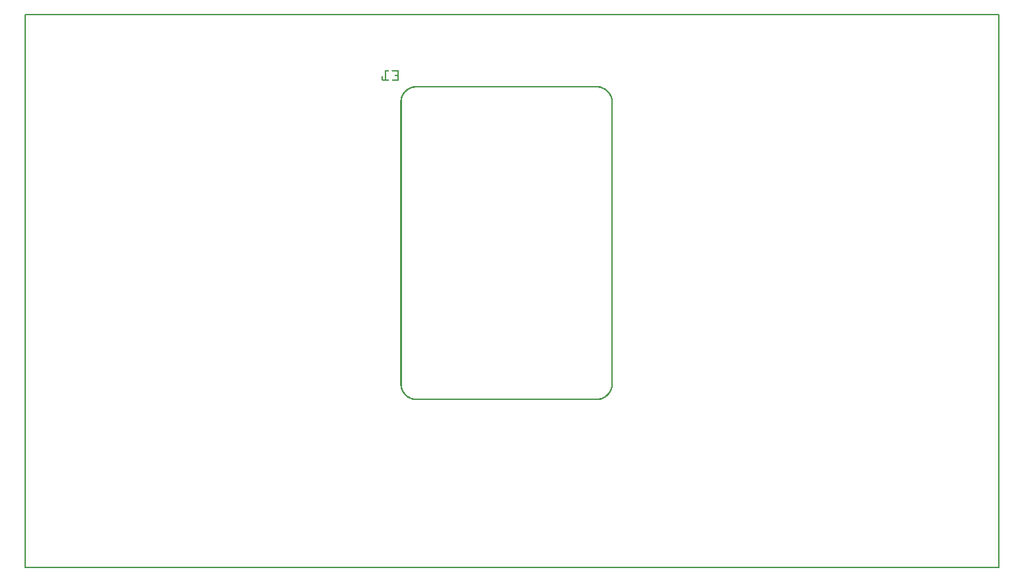
<source format=gbo>
G04 MADE WITH FRITZING*
G04 WWW.FRITZING.ORG*
G04 DOUBLE SIDED*
G04 HOLES PLATED*
G04 CONTOUR ON CENTER OF CONTOUR VECTOR*
%ASAXBY*%
%FSLAX23Y23*%
%MOIN*%
%OFA0B0*%
%SFA1.0B1.0*%
%ADD10R,0.130216X0.177069X0.130216X0.177069*%
%ADD11R,4.907920X2.791210X4.891920X2.775210*%
%ADD12C,0.008000*%
%ADD13R,0.001000X0.001000*%
%LNSILK0*%
G90*
G70*
X2138Y1189D02*
X2269Y1189D01*
X2269Y1012D01*
X2138Y1012D01*
X2138Y1189D01*
D02*
G54D12*
X4Y2787D02*
X4904Y2787D01*
X4904Y4D01*
X4Y4D01*
X4Y2787D01*
D02*
G54D13*
X1813Y2507D02*
X1831Y2507D01*
X1851Y2507D02*
X1883Y2507D01*
X1813Y2506D02*
X1832Y2506D01*
X1850Y2506D02*
X1883Y2506D01*
X1813Y2505D02*
X1833Y2505D01*
X1849Y2505D02*
X1883Y2505D01*
X1813Y2504D02*
X1833Y2504D01*
X1849Y2504D02*
X1883Y2504D01*
X1813Y2503D02*
X1832Y2503D01*
X1850Y2503D02*
X1883Y2503D01*
X1813Y2502D02*
X1832Y2502D01*
X1850Y2502D02*
X1883Y2502D01*
X1813Y2501D02*
X1830Y2501D01*
X1852Y2501D02*
X1883Y2501D01*
X1813Y2500D02*
X1819Y2500D01*
X1877Y2500D02*
X1883Y2500D01*
X1813Y2499D02*
X1819Y2499D01*
X1877Y2499D02*
X1883Y2499D01*
X1813Y2498D02*
X1819Y2498D01*
X1877Y2498D02*
X1883Y2498D01*
X1813Y2497D02*
X1819Y2497D01*
X1877Y2497D02*
X1883Y2497D01*
X1813Y2496D02*
X1819Y2496D01*
X1877Y2496D02*
X1883Y2496D01*
X1813Y2495D02*
X1819Y2495D01*
X1877Y2495D02*
X1883Y2495D01*
X1813Y2494D02*
X1819Y2494D01*
X1877Y2494D02*
X1883Y2494D01*
X1813Y2493D02*
X1819Y2493D01*
X1877Y2493D02*
X1883Y2493D01*
X1813Y2492D02*
X1819Y2492D01*
X1877Y2492D02*
X1883Y2492D01*
X1813Y2491D02*
X1819Y2491D01*
X1877Y2491D02*
X1883Y2491D01*
X1813Y2490D02*
X1819Y2490D01*
X1877Y2490D02*
X1883Y2490D01*
X1813Y2489D02*
X1819Y2489D01*
X1877Y2489D02*
X1883Y2489D01*
X1813Y2488D02*
X1819Y2488D01*
X1877Y2488D02*
X1883Y2488D01*
X1813Y2487D02*
X1819Y2487D01*
X1877Y2487D02*
X1883Y2487D01*
X1813Y2486D02*
X1819Y2486D01*
X1877Y2486D02*
X1883Y2486D01*
X1813Y2485D02*
X1819Y2485D01*
X1877Y2485D02*
X1883Y2485D01*
X1813Y2484D02*
X1819Y2484D01*
X1866Y2484D02*
X1883Y2484D01*
X1813Y2483D02*
X1819Y2483D01*
X1864Y2483D02*
X1883Y2483D01*
X1813Y2482D02*
X1819Y2482D01*
X1863Y2482D02*
X1883Y2482D01*
X1813Y2481D02*
X1819Y2481D01*
X1863Y2481D02*
X1883Y2481D01*
X1813Y2480D02*
X1819Y2480D01*
X1863Y2480D02*
X1883Y2480D01*
X1813Y2479D02*
X1819Y2479D01*
X1864Y2479D02*
X1883Y2479D01*
X1801Y2478D02*
X1803Y2478D01*
X1813Y2478D02*
X1819Y2478D01*
X1865Y2478D02*
X1883Y2478D01*
X1800Y2477D02*
X1804Y2477D01*
X1813Y2477D02*
X1819Y2477D01*
X1877Y2477D02*
X1883Y2477D01*
X1799Y2476D02*
X1805Y2476D01*
X1813Y2476D02*
X1819Y2476D01*
X1877Y2476D02*
X1883Y2476D01*
X1799Y2475D02*
X1805Y2475D01*
X1813Y2475D02*
X1819Y2475D01*
X1877Y2475D02*
X1883Y2475D01*
X1799Y2474D02*
X1805Y2474D01*
X1813Y2474D02*
X1819Y2474D01*
X1877Y2474D02*
X1883Y2474D01*
X1799Y2473D02*
X1805Y2473D01*
X1813Y2473D02*
X1819Y2473D01*
X1877Y2473D02*
X1883Y2473D01*
X1799Y2472D02*
X1805Y2472D01*
X1813Y2472D02*
X1819Y2472D01*
X1877Y2472D02*
X1883Y2472D01*
X1799Y2471D02*
X1805Y2471D01*
X1813Y2471D02*
X1819Y2471D01*
X1877Y2471D02*
X1883Y2471D01*
X1799Y2470D02*
X1805Y2470D01*
X1813Y2470D02*
X1819Y2470D01*
X1877Y2470D02*
X1883Y2470D01*
X1799Y2469D02*
X1805Y2469D01*
X1813Y2469D02*
X1819Y2469D01*
X1877Y2469D02*
X1883Y2469D01*
X1799Y2468D02*
X1805Y2468D01*
X1813Y2468D02*
X1819Y2468D01*
X1877Y2468D02*
X1883Y2468D01*
X1799Y2467D02*
X1805Y2467D01*
X1813Y2467D02*
X1819Y2467D01*
X1877Y2467D02*
X1883Y2467D01*
X1799Y2466D02*
X1805Y2466D01*
X1813Y2466D02*
X1819Y2466D01*
X1877Y2466D02*
X1883Y2466D01*
X1799Y2465D02*
X1805Y2465D01*
X1813Y2465D02*
X1819Y2465D01*
X1877Y2465D02*
X1883Y2465D01*
X1799Y2464D02*
X1805Y2464D01*
X1813Y2464D02*
X1819Y2464D01*
X1877Y2464D02*
X1883Y2464D01*
X1799Y2463D02*
X1805Y2463D01*
X1813Y2463D02*
X1819Y2463D01*
X1877Y2463D02*
X1883Y2463D01*
X1799Y2462D02*
X1805Y2462D01*
X1813Y2462D02*
X1819Y2462D01*
X1877Y2462D02*
X1883Y2462D01*
X1799Y2461D02*
X1805Y2461D01*
X1813Y2461D02*
X1819Y2461D01*
X1877Y2461D02*
X1883Y2461D01*
X1799Y2460D02*
X1831Y2460D01*
X1851Y2460D02*
X1883Y2460D01*
X1799Y2459D02*
X1832Y2459D01*
X1850Y2459D02*
X1883Y2459D01*
X1799Y2458D02*
X1833Y2458D01*
X1850Y2458D02*
X1883Y2458D01*
X1799Y2457D02*
X1833Y2457D01*
X1849Y2457D02*
X1883Y2457D01*
X1799Y2456D02*
X1832Y2456D01*
X1850Y2456D02*
X1883Y2456D01*
X1800Y2455D02*
X1832Y2455D01*
X1850Y2455D02*
X1883Y2455D01*
X1801Y2454D02*
X1831Y2454D01*
X1851Y2454D02*
X1883Y2454D01*
X1964Y2427D02*
X2889Y2427D01*
X1958Y2426D02*
X2895Y2426D01*
X1954Y2425D02*
X2899Y2425D01*
X1950Y2424D02*
X2903Y2424D01*
X1947Y2423D02*
X2906Y2423D01*
X1945Y2422D02*
X2908Y2422D01*
X1942Y2421D02*
X2911Y2421D01*
X1940Y2420D02*
X1974Y2420D01*
X2879Y2420D02*
X2913Y2420D01*
X1938Y2419D02*
X1962Y2419D01*
X2891Y2419D02*
X2915Y2419D01*
X1936Y2418D02*
X1957Y2418D01*
X2896Y2418D02*
X2917Y2418D01*
X1934Y2417D02*
X1953Y2417D01*
X2900Y2417D02*
X2919Y2417D01*
X1932Y2416D02*
X1950Y2416D01*
X2903Y2416D02*
X2921Y2416D01*
X1931Y2415D02*
X1947Y2415D01*
X2906Y2415D02*
X2922Y2415D01*
X1929Y2414D02*
X1944Y2414D01*
X2909Y2414D02*
X2924Y2414D01*
X1928Y2413D02*
X1942Y2413D01*
X2911Y2413D02*
X2926Y2413D01*
X1926Y2412D02*
X1940Y2412D01*
X2913Y2412D02*
X2927Y2412D01*
X1925Y2411D02*
X1938Y2411D01*
X2915Y2411D02*
X2928Y2411D01*
X1924Y2410D02*
X1936Y2410D01*
X2917Y2410D02*
X2930Y2410D01*
X1922Y2409D02*
X1935Y2409D01*
X2918Y2409D02*
X2931Y2409D01*
X1921Y2408D02*
X1933Y2408D01*
X2920Y2408D02*
X2932Y2408D01*
X1920Y2407D02*
X1932Y2407D01*
X2922Y2407D02*
X2933Y2407D01*
X1919Y2406D02*
X1930Y2406D01*
X2923Y2406D02*
X2934Y2406D01*
X1918Y2405D02*
X1929Y2405D01*
X2924Y2405D02*
X2935Y2405D01*
X1917Y2404D02*
X1928Y2404D01*
X2926Y2404D02*
X2937Y2404D01*
X1916Y2403D02*
X1926Y2403D01*
X2927Y2403D02*
X2938Y2403D01*
X1915Y2402D02*
X1925Y2402D01*
X2928Y2402D02*
X2938Y2402D01*
X1914Y2401D02*
X1924Y2401D01*
X2929Y2401D02*
X2939Y2401D01*
X1913Y2400D02*
X1923Y2400D01*
X2930Y2400D02*
X2940Y2400D01*
X1912Y2399D02*
X1922Y2399D01*
X2931Y2399D02*
X2941Y2399D01*
X1911Y2398D02*
X1921Y2398D01*
X2932Y2398D02*
X2942Y2398D01*
X1910Y2397D02*
X1920Y2397D01*
X2933Y2397D02*
X2943Y2397D01*
X1910Y2396D02*
X1919Y2396D01*
X2934Y2396D02*
X2944Y2396D01*
X1909Y2395D02*
X1918Y2395D01*
X2935Y2395D02*
X2944Y2395D01*
X1908Y2394D02*
X1917Y2394D01*
X2936Y2394D02*
X2945Y2394D01*
X1907Y2393D02*
X1916Y2393D01*
X2937Y2393D02*
X2946Y2393D01*
X1906Y2392D02*
X1915Y2392D01*
X2938Y2392D02*
X2947Y2392D01*
X1906Y2391D02*
X1915Y2391D01*
X2939Y2391D02*
X2947Y2391D01*
X1905Y2390D02*
X1914Y2390D01*
X2939Y2390D02*
X2948Y2390D01*
X1905Y2389D02*
X1913Y2389D01*
X2940Y2389D02*
X2949Y2389D01*
X1904Y2388D02*
X1912Y2388D01*
X2941Y2388D02*
X2949Y2388D01*
X1903Y2387D02*
X1911Y2387D01*
X2942Y2387D02*
X2950Y2387D01*
X1903Y2386D02*
X1911Y2386D01*
X2942Y2386D02*
X2950Y2386D01*
X1902Y2385D02*
X1910Y2385D01*
X2943Y2385D02*
X2951Y2385D01*
X1902Y2384D02*
X1910Y2384D01*
X2944Y2384D02*
X2952Y2384D01*
X1901Y2383D02*
X1909Y2383D01*
X2944Y2383D02*
X2952Y2383D01*
X1901Y2382D02*
X1908Y2382D01*
X2945Y2382D02*
X2953Y2382D01*
X1900Y2381D02*
X1908Y2381D01*
X2945Y2381D02*
X2953Y2381D01*
X1900Y2380D02*
X1907Y2380D01*
X2946Y2380D02*
X2954Y2380D01*
X1899Y2379D02*
X1907Y2379D01*
X2946Y2379D02*
X2954Y2379D01*
X1899Y2378D02*
X1906Y2378D01*
X2947Y2378D02*
X2955Y2378D01*
X1898Y2377D02*
X1906Y2377D01*
X2947Y2377D02*
X2955Y2377D01*
X1898Y2376D02*
X1905Y2376D01*
X2948Y2376D02*
X2955Y2376D01*
X1898Y2375D02*
X1905Y2375D01*
X2948Y2375D02*
X2956Y2375D01*
X1897Y2374D02*
X1904Y2374D01*
X2949Y2374D02*
X2956Y2374D01*
X1897Y2373D02*
X1904Y2373D01*
X2949Y2373D02*
X2956Y2373D01*
X1896Y2372D02*
X1904Y2372D01*
X2950Y2372D02*
X2957Y2372D01*
X1896Y2371D02*
X1903Y2371D01*
X2950Y2371D02*
X2957Y2371D01*
X1896Y2370D02*
X1903Y2370D01*
X2950Y2370D02*
X2958Y2370D01*
X1895Y2369D02*
X1903Y2369D01*
X2951Y2369D02*
X2958Y2369D01*
X1895Y2368D02*
X1902Y2368D01*
X2951Y2368D02*
X2958Y2368D01*
X1895Y2367D02*
X1902Y2367D01*
X2951Y2367D02*
X2958Y2367D01*
X1895Y2366D02*
X1902Y2366D01*
X2952Y2366D02*
X2959Y2366D01*
X1894Y2365D02*
X1901Y2365D01*
X2952Y2365D02*
X2959Y2365D01*
X1894Y2364D02*
X1901Y2364D01*
X2952Y2364D02*
X2959Y2364D01*
X1894Y2363D02*
X1901Y2363D01*
X2952Y2363D02*
X2959Y2363D01*
X1894Y2362D02*
X1901Y2362D01*
X2953Y2362D02*
X2960Y2362D01*
X1893Y2361D02*
X1900Y2361D01*
X2953Y2361D02*
X2960Y2361D01*
X1893Y2360D02*
X1900Y2360D01*
X2953Y2360D02*
X2960Y2360D01*
X1893Y2359D02*
X1900Y2359D01*
X2953Y2359D02*
X2960Y2359D01*
X1893Y2358D02*
X1900Y2358D01*
X2953Y2358D02*
X2960Y2358D01*
X1893Y2357D02*
X1900Y2357D01*
X2954Y2357D02*
X2960Y2357D01*
X1893Y2356D02*
X1899Y2356D01*
X2954Y2356D02*
X2961Y2356D01*
X1892Y2355D02*
X1899Y2355D01*
X2954Y2355D02*
X2961Y2355D01*
X1892Y2354D02*
X1899Y2354D01*
X2954Y2354D02*
X2961Y2354D01*
X1892Y2353D02*
X1899Y2353D01*
X2954Y2353D02*
X2961Y2353D01*
X1892Y2352D02*
X1899Y2352D01*
X2954Y2352D02*
X2961Y2352D01*
X1892Y2351D02*
X1899Y2351D01*
X2954Y2351D02*
X2961Y2351D01*
X1892Y2350D02*
X1899Y2350D01*
X2954Y2350D02*
X2961Y2350D01*
X1892Y2349D02*
X1899Y2349D01*
X2954Y2349D02*
X2961Y2349D01*
X1892Y2348D02*
X1899Y2348D01*
X2954Y2348D02*
X2961Y2348D01*
X1892Y2347D02*
X1899Y2347D01*
X2954Y2347D02*
X2961Y2347D01*
X1892Y2346D02*
X1899Y2346D01*
X2955Y2346D02*
X2961Y2346D01*
X1892Y2345D02*
X1899Y2345D01*
X2955Y2345D02*
X2961Y2345D01*
X1892Y2344D02*
X1899Y2344D01*
X2955Y2344D02*
X2961Y2344D01*
X1892Y2343D02*
X1899Y2343D01*
X2955Y2343D02*
X2961Y2343D01*
X1892Y2342D02*
X1899Y2342D01*
X2955Y2342D02*
X2961Y2342D01*
X1892Y2341D02*
X1899Y2341D01*
X2955Y2341D02*
X2961Y2341D01*
X1892Y2340D02*
X1899Y2340D01*
X2955Y2340D02*
X2961Y2340D01*
X1892Y2339D02*
X1899Y2339D01*
X2955Y2339D02*
X2961Y2339D01*
X1892Y2338D02*
X1899Y2338D01*
X2955Y2338D02*
X2961Y2338D01*
X1892Y2337D02*
X1899Y2337D01*
X2955Y2337D02*
X2961Y2337D01*
X1892Y2336D02*
X1899Y2336D01*
X2955Y2336D02*
X2961Y2336D01*
X1892Y2335D02*
X1899Y2335D01*
X2955Y2335D02*
X2961Y2335D01*
X1892Y2334D02*
X1899Y2334D01*
X2955Y2334D02*
X2961Y2334D01*
X1892Y2333D02*
X1899Y2333D01*
X2955Y2333D02*
X2961Y2333D01*
X1892Y2332D02*
X1899Y2332D01*
X2955Y2332D02*
X2961Y2332D01*
X1892Y2331D02*
X1899Y2331D01*
X2955Y2331D02*
X2961Y2331D01*
X1892Y2330D02*
X1899Y2330D01*
X2955Y2330D02*
X2961Y2330D01*
X1892Y2329D02*
X1899Y2329D01*
X2955Y2329D02*
X2961Y2329D01*
X1892Y2328D02*
X1899Y2328D01*
X2955Y2328D02*
X2961Y2328D01*
X1892Y2327D02*
X1899Y2327D01*
X2955Y2327D02*
X2961Y2327D01*
X1892Y2326D02*
X1899Y2326D01*
X2955Y2326D02*
X2961Y2326D01*
X1892Y2325D02*
X1899Y2325D01*
X2955Y2325D02*
X2961Y2325D01*
X1892Y2324D02*
X1899Y2324D01*
X2955Y2324D02*
X2961Y2324D01*
X1892Y2323D02*
X1899Y2323D01*
X2955Y2323D02*
X2961Y2323D01*
X1892Y2322D02*
X1899Y2322D01*
X2955Y2322D02*
X2961Y2322D01*
X1892Y2321D02*
X1899Y2321D01*
X2955Y2321D02*
X2961Y2321D01*
X1892Y2320D02*
X1899Y2320D01*
X2955Y2320D02*
X2961Y2320D01*
X1892Y2319D02*
X1899Y2319D01*
X2955Y2319D02*
X2961Y2319D01*
X1892Y2318D02*
X1899Y2318D01*
X2955Y2318D02*
X2961Y2318D01*
X1892Y2317D02*
X1899Y2317D01*
X2955Y2317D02*
X2961Y2317D01*
X1892Y2316D02*
X1899Y2316D01*
X2955Y2316D02*
X2961Y2316D01*
X1892Y2315D02*
X1899Y2315D01*
X2955Y2315D02*
X2961Y2315D01*
X1892Y2314D02*
X1899Y2314D01*
X2955Y2314D02*
X2961Y2314D01*
X1892Y2313D02*
X1899Y2313D01*
X2955Y2313D02*
X2961Y2313D01*
X1892Y2312D02*
X1899Y2312D01*
X2955Y2312D02*
X2961Y2312D01*
X1892Y2311D02*
X1899Y2311D01*
X2955Y2311D02*
X2961Y2311D01*
X1892Y2310D02*
X1899Y2310D01*
X2955Y2310D02*
X2961Y2310D01*
X1892Y2309D02*
X1899Y2309D01*
X2955Y2309D02*
X2961Y2309D01*
X1892Y2308D02*
X1899Y2308D01*
X2955Y2308D02*
X2961Y2308D01*
X1892Y2307D02*
X1899Y2307D01*
X2955Y2307D02*
X2961Y2307D01*
X1892Y2306D02*
X1899Y2306D01*
X2955Y2306D02*
X2961Y2306D01*
X1892Y2305D02*
X1899Y2305D01*
X2955Y2305D02*
X2961Y2305D01*
X1892Y2304D02*
X1899Y2304D01*
X2955Y2304D02*
X2961Y2304D01*
X1892Y2303D02*
X1899Y2303D01*
X2955Y2303D02*
X2961Y2303D01*
X1892Y2302D02*
X1899Y2302D01*
X2955Y2302D02*
X2961Y2302D01*
X1892Y2301D02*
X1899Y2301D01*
X2955Y2301D02*
X2961Y2301D01*
X1892Y2300D02*
X1899Y2300D01*
X2955Y2300D02*
X2961Y2300D01*
X1892Y2299D02*
X1899Y2299D01*
X2955Y2299D02*
X2961Y2299D01*
X1892Y2298D02*
X1899Y2298D01*
X2955Y2298D02*
X2961Y2298D01*
X1892Y2297D02*
X1899Y2297D01*
X2955Y2297D02*
X2961Y2297D01*
X1892Y2296D02*
X1899Y2296D01*
X2955Y2296D02*
X2961Y2296D01*
X1892Y2295D02*
X1899Y2295D01*
X2955Y2295D02*
X2961Y2295D01*
X1892Y2294D02*
X1899Y2294D01*
X2955Y2294D02*
X2961Y2294D01*
X1892Y2293D02*
X1899Y2293D01*
X2955Y2293D02*
X2961Y2293D01*
X1892Y2292D02*
X1899Y2292D01*
X2955Y2292D02*
X2961Y2292D01*
X1892Y2291D02*
X1899Y2291D01*
X2955Y2291D02*
X2961Y2291D01*
X1892Y2290D02*
X1899Y2290D01*
X2955Y2290D02*
X2961Y2290D01*
X1892Y2289D02*
X1899Y2289D01*
X2955Y2289D02*
X2961Y2289D01*
X1892Y2288D02*
X1899Y2288D01*
X2955Y2288D02*
X2961Y2288D01*
X1892Y2287D02*
X1899Y2287D01*
X2955Y2287D02*
X2961Y2287D01*
X1892Y2286D02*
X1899Y2286D01*
X2955Y2286D02*
X2961Y2286D01*
X1892Y2285D02*
X1899Y2285D01*
X2955Y2285D02*
X2961Y2285D01*
X1892Y2284D02*
X1899Y2284D01*
X2955Y2284D02*
X2961Y2284D01*
X1892Y2283D02*
X1899Y2283D01*
X2955Y2283D02*
X2961Y2283D01*
X1892Y2282D02*
X1899Y2282D01*
X2955Y2282D02*
X2961Y2282D01*
X1892Y2281D02*
X1899Y2281D01*
X2955Y2281D02*
X2961Y2281D01*
X1892Y2280D02*
X1899Y2280D01*
X2955Y2280D02*
X2961Y2280D01*
X1892Y2279D02*
X1899Y2279D01*
X2955Y2279D02*
X2961Y2279D01*
X1892Y2278D02*
X1899Y2278D01*
X2955Y2278D02*
X2961Y2278D01*
X1892Y2277D02*
X1899Y2277D01*
X2955Y2277D02*
X2961Y2277D01*
X1892Y2276D02*
X1899Y2276D01*
X2955Y2276D02*
X2961Y2276D01*
X1892Y2275D02*
X1899Y2275D01*
X2955Y2275D02*
X2961Y2275D01*
X1892Y2274D02*
X1899Y2274D01*
X2955Y2274D02*
X2961Y2274D01*
X1892Y2273D02*
X1899Y2273D01*
X2955Y2273D02*
X2961Y2273D01*
X1892Y2272D02*
X1899Y2272D01*
X2955Y2272D02*
X2961Y2272D01*
X1892Y2271D02*
X1899Y2271D01*
X2955Y2271D02*
X2961Y2271D01*
X1892Y2270D02*
X1899Y2270D01*
X2955Y2270D02*
X2961Y2270D01*
X1892Y2269D02*
X1899Y2269D01*
X2955Y2269D02*
X2961Y2269D01*
X1892Y2268D02*
X1899Y2268D01*
X2955Y2268D02*
X2961Y2268D01*
X1892Y2267D02*
X1899Y2267D01*
X2955Y2267D02*
X2961Y2267D01*
X1892Y2266D02*
X1899Y2266D01*
X2955Y2266D02*
X2961Y2266D01*
X1892Y2265D02*
X1899Y2265D01*
X2955Y2265D02*
X2961Y2265D01*
X1892Y2264D02*
X1899Y2264D01*
X2955Y2264D02*
X2961Y2264D01*
X1892Y2263D02*
X1899Y2263D01*
X2955Y2263D02*
X2961Y2263D01*
X1892Y2262D02*
X1899Y2262D01*
X2955Y2262D02*
X2961Y2262D01*
X1892Y2261D02*
X1899Y2261D01*
X2955Y2261D02*
X2961Y2261D01*
X1892Y2260D02*
X1899Y2260D01*
X2955Y2260D02*
X2961Y2260D01*
X1892Y2259D02*
X1899Y2259D01*
X2955Y2259D02*
X2961Y2259D01*
X1892Y2258D02*
X1899Y2258D01*
X2955Y2258D02*
X2961Y2258D01*
X1892Y2257D02*
X1899Y2257D01*
X2955Y2257D02*
X2961Y2257D01*
X1892Y2256D02*
X1899Y2256D01*
X2955Y2256D02*
X2961Y2256D01*
X1892Y2255D02*
X1899Y2255D01*
X2955Y2255D02*
X2961Y2255D01*
X1892Y2254D02*
X1899Y2254D01*
X2955Y2254D02*
X2961Y2254D01*
X1892Y2253D02*
X1899Y2253D01*
X2955Y2253D02*
X2961Y2253D01*
X1892Y2252D02*
X1899Y2252D01*
X2955Y2252D02*
X2961Y2252D01*
X1892Y2251D02*
X1899Y2251D01*
X2955Y2251D02*
X2961Y2251D01*
X1892Y2250D02*
X1899Y2250D01*
X2955Y2250D02*
X2961Y2250D01*
X1892Y2249D02*
X1899Y2249D01*
X2955Y2249D02*
X2961Y2249D01*
X1892Y2248D02*
X1899Y2248D01*
X2955Y2248D02*
X2961Y2248D01*
X1892Y2247D02*
X1899Y2247D01*
X2955Y2247D02*
X2961Y2247D01*
X1892Y2246D02*
X1899Y2246D01*
X2955Y2246D02*
X2961Y2246D01*
X1892Y2245D02*
X1899Y2245D01*
X2955Y2245D02*
X2961Y2245D01*
X1892Y2244D02*
X1899Y2244D01*
X2955Y2244D02*
X2961Y2244D01*
X1892Y2243D02*
X1899Y2243D01*
X2955Y2243D02*
X2961Y2243D01*
X1892Y2242D02*
X1899Y2242D01*
X2955Y2242D02*
X2961Y2242D01*
X1892Y2241D02*
X1899Y2241D01*
X2955Y2241D02*
X2961Y2241D01*
X1892Y2240D02*
X1899Y2240D01*
X2955Y2240D02*
X2961Y2240D01*
X1892Y2239D02*
X1899Y2239D01*
X2955Y2239D02*
X2961Y2239D01*
X1892Y2238D02*
X1899Y2238D01*
X2955Y2238D02*
X2961Y2238D01*
X1892Y2237D02*
X1899Y2237D01*
X2955Y2237D02*
X2961Y2237D01*
X1892Y2236D02*
X1899Y2236D01*
X2955Y2236D02*
X2961Y2236D01*
X1892Y2235D02*
X1899Y2235D01*
X2955Y2235D02*
X2961Y2235D01*
X1892Y2234D02*
X1899Y2234D01*
X2955Y2234D02*
X2961Y2234D01*
X1892Y2233D02*
X1899Y2233D01*
X2955Y2233D02*
X2961Y2233D01*
X1892Y2232D02*
X1899Y2232D01*
X2955Y2232D02*
X2961Y2232D01*
X1892Y2231D02*
X1899Y2231D01*
X2955Y2231D02*
X2961Y2231D01*
X1892Y2230D02*
X1899Y2230D01*
X2955Y2230D02*
X2961Y2230D01*
X1892Y2229D02*
X1899Y2229D01*
X2955Y2229D02*
X2961Y2229D01*
X1892Y2228D02*
X1899Y2228D01*
X2955Y2228D02*
X2961Y2228D01*
X1892Y2227D02*
X1899Y2227D01*
X2955Y2227D02*
X2961Y2227D01*
X1892Y2226D02*
X1899Y2226D01*
X2955Y2226D02*
X2961Y2226D01*
X1892Y2225D02*
X1899Y2225D01*
X2955Y2225D02*
X2961Y2225D01*
X1892Y2224D02*
X1899Y2224D01*
X2955Y2224D02*
X2961Y2224D01*
X1892Y2223D02*
X1899Y2223D01*
X2955Y2223D02*
X2961Y2223D01*
X1892Y2222D02*
X1899Y2222D01*
X2955Y2222D02*
X2961Y2222D01*
X1892Y2221D02*
X1899Y2221D01*
X2955Y2221D02*
X2961Y2221D01*
X1892Y2220D02*
X1899Y2220D01*
X2955Y2220D02*
X2961Y2220D01*
X1892Y2219D02*
X1899Y2219D01*
X2955Y2219D02*
X2961Y2219D01*
X1892Y2218D02*
X1899Y2218D01*
X2955Y2218D02*
X2961Y2218D01*
X1892Y2217D02*
X1899Y2217D01*
X2955Y2217D02*
X2961Y2217D01*
X1892Y2216D02*
X1899Y2216D01*
X2955Y2216D02*
X2961Y2216D01*
X1892Y2215D02*
X1899Y2215D01*
X2955Y2215D02*
X2961Y2215D01*
X1892Y2214D02*
X1899Y2214D01*
X2955Y2214D02*
X2961Y2214D01*
X1892Y2213D02*
X1899Y2213D01*
X2955Y2213D02*
X2961Y2213D01*
X1892Y2212D02*
X1899Y2212D01*
X2955Y2212D02*
X2961Y2212D01*
X1892Y2211D02*
X1899Y2211D01*
X2955Y2211D02*
X2961Y2211D01*
X1892Y2210D02*
X1899Y2210D01*
X2955Y2210D02*
X2961Y2210D01*
X1892Y2209D02*
X1899Y2209D01*
X2955Y2209D02*
X2961Y2209D01*
X1892Y2208D02*
X1899Y2208D01*
X2955Y2208D02*
X2961Y2208D01*
X1892Y2207D02*
X1899Y2207D01*
X2955Y2207D02*
X2961Y2207D01*
X1892Y2206D02*
X1899Y2206D01*
X2955Y2206D02*
X2961Y2206D01*
X1892Y2205D02*
X1899Y2205D01*
X2955Y2205D02*
X2961Y2205D01*
X1892Y2204D02*
X1899Y2204D01*
X2955Y2204D02*
X2961Y2204D01*
X1892Y2203D02*
X1899Y2203D01*
X2955Y2203D02*
X2961Y2203D01*
X1892Y2202D02*
X1899Y2202D01*
X2955Y2202D02*
X2961Y2202D01*
X1892Y2201D02*
X1899Y2201D01*
X2955Y2201D02*
X2961Y2201D01*
X1892Y2200D02*
X1899Y2200D01*
X2955Y2200D02*
X2961Y2200D01*
X1892Y2199D02*
X1899Y2199D01*
X2955Y2199D02*
X2961Y2199D01*
X1892Y2198D02*
X1899Y2198D01*
X2955Y2198D02*
X2961Y2198D01*
X1892Y2197D02*
X1899Y2197D01*
X2955Y2197D02*
X2961Y2197D01*
X1892Y2196D02*
X1899Y2196D01*
X2955Y2196D02*
X2961Y2196D01*
X1892Y2195D02*
X1899Y2195D01*
X2955Y2195D02*
X2961Y2195D01*
X1892Y2194D02*
X1899Y2194D01*
X2955Y2194D02*
X2961Y2194D01*
X1892Y2193D02*
X1899Y2193D01*
X2955Y2193D02*
X2961Y2193D01*
X1892Y2192D02*
X1899Y2192D01*
X2955Y2192D02*
X2961Y2192D01*
X1892Y2191D02*
X1899Y2191D01*
X2955Y2191D02*
X2961Y2191D01*
X1892Y2190D02*
X1899Y2190D01*
X2955Y2190D02*
X2961Y2190D01*
X1892Y2189D02*
X1899Y2189D01*
X2955Y2189D02*
X2961Y2189D01*
X1892Y2188D02*
X1899Y2188D01*
X2955Y2188D02*
X2961Y2188D01*
X1892Y2187D02*
X1899Y2187D01*
X2955Y2187D02*
X2961Y2187D01*
X1892Y2186D02*
X1899Y2186D01*
X2955Y2186D02*
X2961Y2186D01*
X1892Y2185D02*
X1899Y2185D01*
X2955Y2185D02*
X2961Y2185D01*
X1892Y2184D02*
X1899Y2184D01*
X2955Y2184D02*
X2961Y2184D01*
X1892Y2183D02*
X1899Y2183D01*
X2955Y2183D02*
X2961Y2183D01*
X1892Y2182D02*
X1899Y2182D01*
X2955Y2182D02*
X2961Y2182D01*
X1892Y2181D02*
X1899Y2181D01*
X2955Y2181D02*
X2961Y2181D01*
X1892Y2180D02*
X1899Y2180D01*
X2955Y2180D02*
X2961Y2180D01*
X1892Y2179D02*
X1899Y2179D01*
X2955Y2179D02*
X2961Y2179D01*
X1892Y2178D02*
X1899Y2178D01*
X2955Y2178D02*
X2961Y2178D01*
X1892Y2177D02*
X1899Y2177D01*
X2955Y2177D02*
X2961Y2177D01*
X1892Y2176D02*
X1899Y2176D01*
X2955Y2176D02*
X2961Y2176D01*
X1892Y2175D02*
X1899Y2175D01*
X2955Y2175D02*
X2961Y2175D01*
X1892Y2174D02*
X1899Y2174D01*
X2955Y2174D02*
X2961Y2174D01*
X1892Y2173D02*
X1899Y2173D01*
X2955Y2173D02*
X2961Y2173D01*
X1892Y2172D02*
X1899Y2172D01*
X2955Y2172D02*
X2961Y2172D01*
X1892Y2171D02*
X1899Y2171D01*
X2955Y2171D02*
X2961Y2171D01*
X1892Y2170D02*
X1899Y2170D01*
X2955Y2170D02*
X2961Y2170D01*
X1892Y2169D02*
X1899Y2169D01*
X2955Y2169D02*
X2961Y2169D01*
X1892Y2168D02*
X1899Y2168D01*
X2955Y2168D02*
X2961Y2168D01*
X1892Y2167D02*
X1899Y2167D01*
X2955Y2167D02*
X2961Y2167D01*
X1892Y2166D02*
X1899Y2166D01*
X2955Y2166D02*
X2961Y2166D01*
X1892Y2165D02*
X1899Y2165D01*
X2955Y2165D02*
X2961Y2165D01*
X1892Y2164D02*
X1899Y2164D01*
X2955Y2164D02*
X2961Y2164D01*
X1892Y2163D02*
X1899Y2163D01*
X2955Y2163D02*
X2961Y2163D01*
X1892Y2162D02*
X1899Y2162D01*
X2955Y2162D02*
X2961Y2162D01*
X1892Y2161D02*
X1899Y2161D01*
X2955Y2161D02*
X2961Y2161D01*
X1892Y2160D02*
X1899Y2160D01*
X2955Y2160D02*
X2961Y2160D01*
X1892Y2159D02*
X1899Y2159D01*
X2955Y2159D02*
X2961Y2159D01*
X1892Y2158D02*
X1899Y2158D01*
X2955Y2158D02*
X2961Y2158D01*
X1892Y2157D02*
X1899Y2157D01*
X2955Y2157D02*
X2961Y2157D01*
X1892Y2156D02*
X1899Y2156D01*
X2955Y2156D02*
X2961Y2156D01*
X1892Y2155D02*
X1899Y2155D01*
X2955Y2155D02*
X2961Y2155D01*
X1892Y2154D02*
X1899Y2154D01*
X2955Y2154D02*
X2961Y2154D01*
X1892Y2153D02*
X1899Y2153D01*
X2955Y2153D02*
X2961Y2153D01*
X1892Y2152D02*
X1899Y2152D01*
X2955Y2152D02*
X2961Y2152D01*
X1892Y2151D02*
X1899Y2151D01*
X2955Y2151D02*
X2961Y2151D01*
X1892Y2150D02*
X1899Y2150D01*
X2955Y2150D02*
X2961Y2150D01*
X1892Y2149D02*
X1899Y2149D01*
X2955Y2149D02*
X2961Y2149D01*
X1892Y2148D02*
X1899Y2148D01*
X2955Y2148D02*
X2961Y2148D01*
X1892Y2147D02*
X1899Y2147D01*
X2955Y2147D02*
X2961Y2147D01*
X1892Y2146D02*
X1899Y2146D01*
X2955Y2146D02*
X2961Y2146D01*
X1892Y2145D02*
X1899Y2145D01*
X2955Y2145D02*
X2961Y2145D01*
X1892Y2144D02*
X1899Y2144D01*
X2955Y2144D02*
X2961Y2144D01*
X1892Y2143D02*
X1899Y2143D01*
X2955Y2143D02*
X2961Y2143D01*
X1892Y2142D02*
X1899Y2142D01*
X2955Y2142D02*
X2961Y2142D01*
X1892Y2141D02*
X1899Y2141D01*
X2955Y2141D02*
X2961Y2141D01*
X1892Y2140D02*
X1899Y2140D01*
X2955Y2140D02*
X2961Y2140D01*
X1892Y2139D02*
X1899Y2139D01*
X2955Y2139D02*
X2961Y2139D01*
X1892Y2138D02*
X1899Y2138D01*
X2955Y2138D02*
X2961Y2138D01*
X1892Y2137D02*
X1899Y2137D01*
X2955Y2137D02*
X2961Y2137D01*
X1892Y2136D02*
X1899Y2136D01*
X2955Y2136D02*
X2961Y2136D01*
X1892Y2135D02*
X1899Y2135D01*
X2955Y2135D02*
X2961Y2135D01*
X1892Y2134D02*
X1899Y2134D01*
X2955Y2134D02*
X2961Y2134D01*
X1892Y2133D02*
X1899Y2133D01*
X2955Y2133D02*
X2961Y2133D01*
X1892Y2132D02*
X1899Y2132D01*
X2955Y2132D02*
X2961Y2132D01*
X1892Y2131D02*
X1899Y2131D01*
X2955Y2131D02*
X2961Y2131D01*
X1892Y2130D02*
X1899Y2130D01*
X2955Y2130D02*
X2961Y2130D01*
X1892Y2129D02*
X1899Y2129D01*
X2955Y2129D02*
X2961Y2129D01*
X1892Y2128D02*
X1899Y2128D01*
X2955Y2128D02*
X2961Y2128D01*
X1892Y2127D02*
X1899Y2127D01*
X2955Y2127D02*
X2961Y2127D01*
X1892Y2126D02*
X1899Y2126D01*
X2955Y2126D02*
X2961Y2126D01*
X1892Y2125D02*
X1899Y2125D01*
X2955Y2125D02*
X2961Y2125D01*
X1892Y2124D02*
X1899Y2124D01*
X2955Y2124D02*
X2961Y2124D01*
X1892Y2123D02*
X1899Y2123D01*
X2955Y2123D02*
X2961Y2123D01*
X1892Y2122D02*
X1899Y2122D01*
X2955Y2122D02*
X2961Y2122D01*
X1892Y2121D02*
X1899Y2121D01*
X2955Y2121D02*
X2961Y2121D01*
X1892Y2120D02*
X1899Y2120D01*
X2955Y2120D02*
X2961Y2120D01*
X1892Y2119D02*
X1899Y2119D01*
X2955Y2119D02*
X2961Y2119D01*
X1892Y2118D02*
X1899Y2118D01*
X2955Y2118D02*
X2961Y2118D01*
X1892Y2117D02*
X1899Y2117D01*
X2955Y2117D02*
X2961Y2117D01*
X1892Y2116D02*
X1899Y2116D01*
X2955Y2116D02*
X2961Y2116D01*
X1892Y2115D02*
X1899Y2115D01*
X2955Y2115D02*
X2961Y2115D01*
X1892Y2114D02*
X1899Y2114D01*
X2955Y2114D02*
X2961Y2114D01*
X1892Y2113D02*
X1899Y2113D01*
X2955Y2113D02*
X2961Y2113D01*
X1892Y2112D02*
X1899Y2112D01*
X2955Y2112D02*
X2961Y2112D01*
X1892Y2111D02*
X1899Y2111D01*
X2955Y2111D02*
X2961Y2111D01*
X1892Y2110D02*
X1899Y2110D01*
X2955Y2110D02*
X2961Y2110D01*
X1892Y2109D02*
X1899Y2109D01*
X2955Y2109D02*
X2961Y2109D01*
X1892Y2108D02*
X1899Y2108D01*
X2955Y2108D02*
X2961Y2108D01*
X1892Y2107D02*
X1899Y2107D01*
X2955Y2107D02*
X2961Y2107D01*
X1892Y2106D02*
X1899Y2106D01*
X2955Y2106D02*
X2961Y2106D01*
X1892Y2105D02*
X1899Y2105D01*
X2955Y2105D02*
X2961Y2105D01*
X1892Y2104D02*
X1899Y2104D01*
X2955Y2104D02*
X2961Y2104D01*
X1892Y2103D02*
X1899Y2103D01*
X2955Y2103D02*
X2961Y2103D01*
X1892Y2102D02*
X1899Y2102D01*
X2955Y2102D02*
X2961Y2102D01*
X1892Y2101D02*
X1899Y2101D01*
X2955Y2101D02*
X2961Y2101D01*
X1892Y2100D02*
X1899Y2100D01*
X2955Y2100D02*
X2961Y2100D01*
X1892Y2099D02*
X1899Y2099D01*
X2955Y2099D02*
X2961Y2099D01*
X1892Y2098D02*
X1899Y2098D01*
X2955Y2098D02*
X2961Y2098D01*
X1892Y2097D02*
X1899Y2097D01*
X2955Y2097D02*
X2961Y2097D01*
X1892Y2096D02*
X1899Y2096D01*
X2955Y2096D02*
X2961Y2096D01*
X1892Y2095D02*
X1899Y2095D01*
X2955Y2095D02*
X2961Y2095D01*
X1892Y2094D02*
X1899Y2094D01*
X2955Y2094D02*
X2961Y2094D01*
X1892Y2093D02*
X1899Y2093D01*
X2955Y2093D02*
X2961Y2093D01*
X1892Y2092D02*
X1899Y2092D01*
X2955Y2092D02*
X2961Y2092D01*
X1892Y2091D02*
X1899Y2091D01*
X2955Y2091D02*
X2961Y2091D01*
X1892Y2090D02*
X1899Y2090D01*
X2955Y2090D02*
X2961Y2090D01*
X1892Y2089D02*
X1899Y2089D01*
X2955Y2089D02*
X2961Y2089D01*
X1892Y2088D02*
X1899Y2088D01*
X2955Y2088D02*
X2961Y2088D01*
X1892Y2087D02*
X1899Y2087D01*
X2955Y2087D02*
X2961Y2087D01*
X1892Y2086D02*
X1899Y2086D01*
X2955Y2086D02*
X2961Y2086D01*
X1892Y2085D02*
X1899Y2085D01*
X2955Y2085D02*
X2961Y2085D01*
X1892Y2084D02*
X1899Y2084D01*
X2955Y2084D02*
X2961Y2084D01*
X1892Y2083D02*
X1899Y2083D01*
X2955Y2083D02*
X2961Y2083D01*
X1892Y2082D02*
X1899Y2082D01*
X2955Y2082D02*
X2961Y2082D01*
X1892Y2081D02*
X1899Y2081D01*
X2955Y2081D02*
X2961Y2081D01*
X1892Y2080D02*
X1899Y2080D01*
X2955Y2080D02*
X2961Y2080D01*
X1892Y2079D02*
X1899Y2079D01*
X2955Y2079D02*
X2961Y2079D01*
X1892Y2078D02*
X1899Y2078D01*
X2955Y2078D02*
X2961Y2078D01*
X1892Y2077D02*
X1899Y2077D01*
X2955Y2077D02*
X2961Y2077D01*
X1892Y2076D02*
X1899Y2076D01*
X2955Y2076D02*
X2961Y2076D01*
X1892Y2075D02*
X1899Y2075D01*
X2955Y2075D02*
X2961Y2075D01*
X1892Y2074D02*
X1899Y2074D01*
X2955Y2074D02*
X2961Y2074D01*
X1892Y2073D02*
X1899Y2073D01*
X2955Y2073D02*
X2961Y2073D01*
X1892Y2072D02*
X1899Y2072D01*
X2955Y2072D02*
X2961Y2072D01*
X1892Y2071D02*
X1899Y2071D01*
X2955Y2071D02*
X2961Y2071D01*
X1892Y2070D02*
X1899Y2070D01*
X2955Y2070D02*
X2961Y2070D01*
X1892Y2069D02*
X1899Y2069D01*
X2955Y2069D02*
X2961Y2069D01*
X1892Y2068D02*
X1899Y2068D01*
X2955Y2068D02*
X2961Y2068D01*
X1892Y2067D02*
X1899Y2067D01*
X2955Y2067D02*
X2961Y2067D01*
X1892Y2066D02*
X1899Y2066D01*
X2955Y2066D02*
X2961Y2066D01*
X1892Y2065D02*
X1899Y2065D01*
X2955Y2065D02*
X2961Y2065D01*
X1892Y2064D02*
X1899Y2064D01*
X2955Y2064D02*
X2961Y2064D01*
X1892Y2063D02*
X1899Y2063D01*
X2955Y2063D02*
X2961Y2063D01*
X1892Y2062D02*
X1899Y2062D01*
X2955Y2062D02*
X2961Y2062D01*
X1892Y2061D02*
X1899Y2061D01*
X2955Y2061D02*
X2961Y2061D01*
X1892Y2060D02*
X1899Y2060D01*
X2955Y2060D02*
X2961Y2060D01*
X1892Y2059D02*
X1899Y2059D01*
X2955Y2059D02*
X2961Y2059D01*
X1892Y2058D02*
X1899Y2058D01*
X2955Y2058D02*
X2961Y2058D01*
X1892Y2057D02*
X1899Y2057D01*
X2955Y2057D02*
X2961Y2057D01*
X1892Y2056D02*
X1899Y2056D01*
X2955Y2056D02*
X2961Y2056D01*
X1892Y2055D02*
X1899Y2055D01*
X2955Y2055D02*
X2961Y2055D01*
X1892Y2054D02*
X1899Y2054D01*
X2955Y2054D02*
X2961Y2054D01*
X1892Y2053D02*
X1899Y2053D01*
X2955Y2053D02*
X2961Y2053D01*
X1892Y2052D02*
X1899Y2052D01*
X2955Y2052D02*
X2961Y2052D01*
X1892Y2051D02*
X1899Y2051D01*
X2955Y2051D02*
X2961Y2051D01*
X1892Y2050D02*
X1899Y2050D01*
X2955Y2050D02*
X2961Y2050D01*
X1892Y2049D02*
X1899Y2049D01*
X2955Y2049D02*
X2961Y2049D01*
X1892Y2048D02*
X1899Y2048D01*
X2955Y2048D02*
X2961Y2048D01*
X1892Y2047D02*
X1899Y2047D01*
X2955Y2047D02*
X2961Y2047D01*
X1892Y2046D02*
X1899Y2046D01*
X2955Y2046D02*
X2961Y2046D01*
X1892Y2045D02*
X1899Y2045D01*
X2955Y2045D02*
X2961Y2045D01*
X1892Y2044D02*
X1899Y2044D01*
X2955Y2044D02*
X2961Y2044D01*
X1892Y2043D02*
X1899Y2043D01*
X2955Y2043D02*
X2961Y2043D01*
X1892Y2042D02*
X1899Y2042D01*
X2955Y2042D02*
X2961Y2042D01*
X1892Y2041D02*
X1899Y2041D01*
X2955Y2041D02*
X2961Y2041D01*
X1892Y2040D02*
X1899Y2040D01*
X2955Y2040D02*
X2961Y2040D01*
X1892Y2039D02*
X1899Y2039D01*
X2955Y2039D02*
X2961Y2039D01*
X1892Y2038D02*
X1899Y2038D01*
X2955Y2038D02*
X2961Y2038D01*
X1892Y2037D02*
X1899Y2037D01*
X2955Y2037D02*
X2961Y2037D01*
X1892Y2036D02*
X1899Y2036D01*
X2955Y2036D02*
X2961Y2036D01*
X1892Y2035D02*
X1899Y2035D01*
X2955Y2035D02*
X2961Y2035D01*
X1892Y2034D02*
X1899Y2034D01*
X2955Y2034D02*
X2961Y2034D01*
X1892Y2033D02*
X1899Y2033D01*
X2955Y2033D02*
X2961Y2033D01*
X1892Y2032D02*
X1899Y2032D01*
X2955Y2032D02*
X2961Y2032D01*
X1892Y2031D02*
X1899Y2031D01*
X2955Y2031D02*
X2961Y2031D01*
X1892Y2030D02*
X1899Y2030D01*
X2955Y2030D02*
X2961Y2030D01*
X1892Y2029D02*
X1899Y2029D01*
X2955Y2029D02*
X2961Y2029D01*
X1892Y2028D02*
X1899Y2028D01*
X2955Y2028D02*
X2961Y2028D01*
X1892Y2027D02*
X1899Y2027D01*
X2955Y2027D02*
X2961Y2027D01*
X1892Y2026D02*
X1899Y2026D01*
X2955Y2026D02*
X2961Y2026D01*
X1892Y2025D02*
X1899Y2025D01*
X2955Y2025D02*
X2961Y2025D01*
X1892Y2024D02*
X1899Y2024D01*
X2955Y2024D02*
X2961Y2024D01*
X1892Y2023D02*
X1899Y2023D01*
X2955Y2023D02*
X2961Y2023D01*
X1892Y2022D02*
X1899Y2022D01*
X2955Y2022D02*
X2961Y2022D01*
X1892Y2021D02*
X1899Y2021D01*
X2955Y2021D02*
X2961Y2021D01*
X1892Y2020D02*
X1899Y2020D01*
X2955Y2020D02*
X2961Y2020D01*
X1892Y2019D02*
X1899Y2019D01*
X2955Y2019D02*
X2961Y2019D01*
X1892Y2018D02*
X1899Y2018D01*
X2955Y2018D02*
X2961Y2018D01*
X1892Y2017D02*
X1899Y2017D01*
X2955Y2017D02*
X2961Y2017D01*
X1892Y2016D02*
X1899Y2016D01*
X2955Y2016D02*
X2961Y2016D01*
X1892Y2015D02*
X1899Y2015D01*
X2955Y2015D02*
X2961Y2015D01*
X1892Y2014D02*
X1899Y2014D01*
X2955Y2014D02*
X2961Y2014D01*
X1892Y2013D02*
X1899Y2013D01*
X2955Y2013D02*
X2961Y2013D01*
X1892Y2012D02*
X1899Y2012D01*
X2955Y2012D02*
X2961Y2012D01*
X1892Y2011D02*
X1899Y2011D01*
X2955Y2011D02*
X2961Y2011D01*
X1892Y2010D02*
X1899Y2010D01*
X2955Y2010D02*
X2961Y2010D01*
X1892Y2009D02*
X1899Y2009D01*
X2955Y2009D02*
X2961Y2009D01*
X1892Y2008D02*
X1899Y2008D01*
X2955Y2008D02*
X2961Y2008D01*
X1892Y2007D02*
X1899Y2007D01*
X2955Y2007D02*
X2961Y2007D01*
X1892Y2006D02*
X1899Y2006D01*
X2955Y2006D02*
X2961Y2006D01*
X1892Y2005D02*
X1899Y2005D01*
X2955Y2005D02*
X2961Y2005D01*
X1892Y2004D02*
X1899Y2004D01*
X2955Y2004D02*
X2961Y2004D01*
X1892Y2003D02*
X1899Y2003D01*
X2955Y2003D02*
X2961Y2003D01*
X1892Y2002D02*
X1899Y2002D01*
X2955Y2002D02*
X2961Y2002D01*
X1892Y2001D02*
X1899Y2001D01*
X2955Y2001D02*
X2961Y2001D01*
X1892Y2000D02*
X1899Y2000D01*
X2955Y2000D02*
X2961Y2000D01*
X1892Y1999D02*
X1899Y1999D01*
X2955Y1999D02*
X2961Y1999D01*
X1892Y1998D02*
X1899Y1998D01*
X2955Y1998D02*
X2961Y1998D01*
X1892Y1997D02*
X1899Y1997D01*
X2955Y1997D02*
X2961Y1997D01*
X1892Y1996D02*
X1899Y1996D01*
X2955Y1996D02*
X2961Y1996D01*
X1892Y1995D02*
X1899Y1995D01*
X2955Y1995D02*
X2961Y1995D01*
X1892Y1994D02*
X1899Y1994D01*
X2955Y1994D02*
X2961Y1994D01*
X1892Y1993D02*
X1899Y1993D01*
X2955Y1993D02*
X2961Y1993D01*
X1892Y1992D02*
X1899Y1992D01*
X2955Y1992D02*
X2961Y1992D01*
X1892Y1991D02*
X1899Y1991D01*
X2955Y1991D02*
X2961Y1991D01*
X1892Y1990D02*
X1899Y1990D01*
X2955Y1990D02*
X2961Y1990D01*
X1892Y1989D02*
X1899Y1989D01*
X2955Y1989D02*
X2961Y1989D01*
X1892Y1988D02*
X1899Y1988D01*
X2955Y1988D02*
X2961Y1988D01*
X1892Y1987D02*
X1899Y1987D01*
X2955Y1987D02*
X2961Y1987D01*
X1892Y1986D02*
X1899Y1986D01*
X2955Y1986D02*
X2961Y1986D01*
X1892Y1985D02*
X1899Y1985D01*
X2955Y1985D02*
X2961Y1985D01*
X1892Y1984D02*
X1899Y1984D01*
X2955Y1984D02*
X2961Y1984D01*
X1892Y1983D02*
X1899Y1983D01*
X2955Y1983D02*
X2961Y1983D01*
X1892Y1982D02*
X1899Y1982D01*
X2955Y1982D02*
X2961Y1982D01*
X1892Y1981D02*
X1899Y1981D01*
X2955Y1981D02*
X2961Y1981D01*
X1892Y1980D02*
X1899Y1980D01*
X2955Y1980D02*
X2961Y1980D01*
X1892Y1979D02*
X1899Y1979D01*
X2955Y1979D02*
X2961Y1979D01*
X1892Y1978D02*
X1899Y1978D01*
X2955Y1978D02*
X2961Y1978D01*
X1892Y1977D02*
X1899Y1977D01*
X2955Y1977D02*
X2961Y1977D01*
X1892Y1976D02*
X1899Y1976D01*
X2955Y1976D02*
X2961Y1976D01*
X1892Y1975D02*
X1899Y1975D01*
X2955Y1975D02*
X2961Y1975D01*
X1892Y1974D02*
X1899Y1974D01*
X2955Y1974D02*
X2961Y1974D01*
X1892Y1973D02*
X1899Y1973D01*
X2955Y1973D02*
X2961Y1973D01*
X1892Y1972D02*
X1899Y1972D01*
X2955Y1972D02*
X2961Y1972D01*
X1892Y1971D02*
X1899Y1971D01*
X2955Y1971D02*
X2961Y1971D01*
X1892Y1970D02*
X1899Y1970D01*
X2955Y1970D02*
X2961Y1970D01*
X1892Y1969D02*
X1899Y1969D01*
X2955Y1969D02*
X2961Y1969D01*
X1892Y1968D02*
X1899Y1968D01*
X2955Y1968D02*
X2961Y1968D01*
X1892Y1967D02*
X1899Y1967D01*
X2955Y1967D02*
X2961Y1967D01*
X1892Y1966D02*
X1899Y1966D01*
X2955Y1966D02*
X2961Y1966D01*
X1892Y1965D02*
X1899Y1965D01*
X2955Y1965D02*
X2961Y1965D01*
X1892Y1964D02*
X1899Y1964D01*
X2955Y1964D02*
X2961Y1964D01*
X1892Y1963D02*
X1899Y1963D01*
X2955Y1963D02*
X2961Y1963D01*
X1892Y1962D02*
X1899Y1962D01*
X2955Y1962D02*
X2961Y1962D01*
X1892Y1961D02*
X1899Y1961D01*
X2955Y1961D02*
X2961Y1961D01*
X1892Y1960D02*
X1899Y1960D01*
X2955Y1960D02*
X2961Y1960D01*
X1892Y1959D02*
X1899Y1959D01*
X2955Y1959D02*
X2961Y1959D01*
X1892Y1958D02*
X1899Y1958D01*
X2955Y1958D02*
X2961Y1958D01*
X1892Y1957D02*
X1899Y1957D01*
X2955Y1957D02*
X2961Y1957D01*
X1892Y1956D02*
X1899Y1956D01*
X2955Y1956D02*
X2961Y1956D01*
X1892Y1955D02*
X1899Y1955D01*
X2955Y1955D02*
X2961Y1955D01*
X1892Y1954D02*
X1899Y1954D01*
X2955Y1954D02*
X2961Y1954D01*
X1892Y1953D02*
X1899Y1953D01*
X2955Y1953D02*
X2961Y1953D01*
X1892Y1952D02*
X1899Y1952D01*
X2955Y1952D02*
X2961Y1952D01*
X1892Y1951D02*
X1899Y1951D01*
X2955Y1951D02*
X2961Y1951D01*
X1892Y1950D02*
X1899Y1950D01*
X2955Y1950D02*
X2961Y1950D01*
X1892Y1949D02*
X1899Y1949D01*
X2955Y1949D02*
X2961Y1949D01*
X1892Y1948D02*
X1899Y1948D01*
X2955Y1948D02*
X2961Y1948D01*
X1892Y1947D02*
X1899Y1947D01*
X2955Y1947D02*
X2961Y1947D01*
X1892Y1946D02*
X1899Y1946D01*
X2955Y1946D02*
X2961Y1946D01*
X1892Y1945D02*
X1899Y1945D01*
X2955Y1945D02*
X2961Y1945D01*
X1892Y1944D02*
X1899Y1944D01*
X2955Y1944D02*
X2961Y1944D01*
X1892Y1943D02*
X1899Y1943D01*
X2955Y1943D02*
X2961Y1943D01*
X1892Y1942D02*
X1899Y1942D01*
X2955Y1942D02*
X2961Y1942D01*
X1892Y1941D02*
X1899Y1941D01*
X2955Y1941D02*
X2961Y1941D01*
X1892Y1940D02*
X1899Y1940D01*
X2955Y1940D02*
X2961Y1940D01*
X1892Y1939D02*
X1899Y1939D01*
X2955Y1939D02*
X2961Y1939D01*
X1892Y1938D02*
X1899Y1938D01*
X2955Y1938D02*
X2961Y1938D01*
X1892Y1937D02*
X1899Y1937D01*
X2955Y1937D02*
X2961Y1937D01*
X1892Y1936D02*
X1899Y1936D01*
X2955Y1936D02*
X2961Y1936D01*
X1892Y1935D02*
X1899Y1935D01*
X2955Y1935D02*
X2961Y1935D01*
X1892Y1934D02*
X1899Y1934D01*
X2955Y1934D02*
X2961Y1934D01*
X1892Y1933D02*
X1899Y1933D01*
X2955Y1933D02*
X2961Y1933D01*
X1892Y1932D02*
X1899Y1932D01*
X2955Y1932D02*
X2961Y1932D01*
X1892Y1931D02*
X1899Y1931D01*
X2955Y1931D02*
X2961Y1931D01*
X1892Y1930D02*
X1899Y1930D01*
X2955Y1930D02*
X2961Y1930D01*
X1892Y1929D02*
X1899Y1929D01*
X2955Y1929D02*
X2961Y1929D01*
X1892Y1928D02*
X1899Y1928D01*
X2955Y1928D02*
X2961Y1928D01*
X1892Y1927D02*
X1899Y1927D01*
X2955Y1927D02*
X2961Y1927D01*
X1892Y1926D02*
X1899Y1926D01*
X2955Y1926D02*
X2961Y1926D01*
X1892Y1925D02*
X1899Y1925D01*
X2955Y1925D02*
X2961Y1925D01*
X1892Y1924D02*
X1899Y1924D01*
X2955Y1924D02*
X2961Y1924D01*
X1892Y1923D02*
X1899Y1923D01*
X2955Y1923D02*
X2961Y1923D01*
X1892Y1922D02*
X1899Y1922D01*
X2955Y1922D02*
X2961Y1922D01*
X1892Y1921D02*
X1899Y1921D01*
X2955Y1921D02*
X2961Y1921D01*
X1892Y1920D02*
X1899Y1920D01*
X2955Y1920D02*
X2961Y1920D01*
X1892Y1919D02*
X1899Y1919D01*
X2955Y1919D02*
X2961Y1919D01*
X1892Y1918D02*
X1899Y1918D01*
X2955Y1918D02*
X2961Y1918D01*
X1892Y1917D02*
X1899Y1917D01*
X2955Y1917D02*
X2961Y1917D01*
X1892Y1916D02*
X1899Y1916D01*
X2955Y1916D02*
X2961Y1916D01*
X1892Y1915D02*
X1899Y1915D01*
X2955Y1915D02*
X2961Y1915D01*
X1892Y1914D02*
X1899Y1914D01*
X2955Y1914D02*
X2961Y1914D01*
X1892Y1913D02*
X1899Y1913D01*
X2955Y1913D02*
X2961Y1913D01*
X1892Y1912D02*
X1899Y1912D01*
X2955Y1912D02*
X2961Y1912D01*
X1892Y1911D02*
X1899Y1911D01*
X2955Y1911D02*
X2961Y1911D01*
X1892Y1910D02*
X1899Y1910D01*
X2955Y1910D02*
X2961Y1910D01*
X1892Y1909D02*
X1899Y1909D01*
X2955Y1909D02*
X2961Y1909D01*
X1892Y1908D02*
X1899Y1908D01*
X2955Y1908D02*
X2961Y1908D01*
X1892Y1907D02*
X1899Y1907D01*
X2955Y1907D02*
X2961Y1907D01*
X1892Y1906D02*
X1899Y1906D01*
X2955Y1906D02*
X2961Y1906D01*
X1892Y1905D02*
X1899Y1905D01*
X2955Y1905D02*
X2961Y1905D01*
X1892Y1904D02*
X1899Y1904D01*
X2955Y1904D02*
X2961Y1904D01*
X1892Y1903D02*
X1899Y1903D01*
X2955Y1903D02*
X2961Y1903D01*
X1892Y1902D02*
X1899Y1902D01*
X2955Y1902D02*
X2961Y1902D01*
X1892Y1901D02*
X1899Y1901D01*
X2955Y1901D02*
X2961Y1901D01*
X1892Y1900D02*
X1899Y1900D01*
X2955Y1900D02*
X2961Y1900D01*
X1892Y1899D02*
X1899Y1899D01*
X2955Y1899D02*
X2961Y1899D01*
X1892Y1898D02*
X1899Y1898D01*
X2955Y1898D02*
X2961Y1898D01*
X1892Y1897D02*
X1899Y1897D01*
X2955Y1897D02*
X2961Y1897D01*
X1892Y1896D02*
X1899Y1896D01*
X2955Y1896D02*
X2961Y1896D01*
X1892Y1895D02*
X1899Y1895D01*
X2955Y1895D02*
X2961Y1895D01*
X1892Y1894D02*
X1899Y1894D01*
X2955Y1894D02*
X2961Y1894D01*
X1892Y1893D02*
X1899Y1893D01*
X2955Y1893D02*
X2961Y1893D01*
X1892Y1892D02*
X1899Y1892D01*
X2955Y1892D02*
X2961Y1892D01*
X1892Y1891D02*
X1899Y1891D01*
X2955Y1891D02*
X2961Y1891D01*
X1892Y1890D02*
X1899Y1890D01*
X2955Y1890D02*
X2961Y1890D01*
X1892Y1889D02*
X1899Y1889D01*
X2955Y1889D02*
X2961Y1889D01*
X1892Y1888D02*
X1899Y1888D01*
X2955Y1888D02*
X2961Y1888D01*
X1892Y1887D02*
X1899Y1887D01*
X2955Y1887D02*
X2961Y1887D01*
X1892Y1886D02*
X1899Y1886D01*
X2955Y1886D02*
X2961Y1886D01*
X1892Y1885D02*
X1899Y1885D01*
X2955Y1885D02*
X2961Y1885D01*
X1892Y1884D02*
X1899Y1884D01*
X2955Y1884D02*
X2961Y1884D01*
X1892Y1883D02*
X1899Y1883D01*
X2955Y1883D02*
X2961Y1883D01*
X1892Y1882D02*
X1899Y1882D01*
X2955Y1882D02*
X2961Y1882D01*
X1892Y1881D02*
X1899Y1881D01*
X2955Y1881D02*
X2961Y1881D01*
X1892Y1880D02*
X1899Y1880D01*
X2955Y1880D02*
X2961Y1880D01*
X1892Y1879D02*
X1899Y1879D01*
X2955Y1879D02*
X2961Y1879D01*
X1892Y1878D02*
X1899Y1878D01*
X2955Y1878D02*
X2961Y1878D01*
X1892Y1877D02*
X1899Y1877D01*
X2955Y1877D02*
X2961Y1877D01*
X1892Y1876D02*
X1899Y1876D01*
X2955Y1876D02*
X2961Y1876D01*
X1892Y1875D02*
X1899Y1875D01*
X2955Y1875D02*
X2961Y1875D01*
X1892Y1874D02*
X1899Y1874D01*
X2955Y1874D02*
X2961Y1874D01*
X1892Y1873D02*
X1899Y1873D01*
X2955Y1873D02*
X2961Y1873D01*
X1892Y1872D02*
X1899Y1872D01*
X2955Y1872D02*
X2961Y1872D01*
X1892Y1871D02*
X1899Y1871D01*
X2955Y1871D02*
X2961Y1871D01*
X1892Y1870D02*
X1899Y1870D01*
X2955Y1870D02*
X2961Y1870D01*
X1892Y1869D02*
X1899Y1869D01*
X2955Y1869D02*
X2961Y1869D01*
X1892Y1868D02*
X1899Y1868D01*
X2955Y1868D02*
X2961Y1868D01*
X1892Y1867D02*
X1899Y1867D01*
X2955Y1867D02*
X2961Y1867D01*
X1892Y1866D02*
X1899Y1866D01*
X2955Y1866D02*
X2961Y1866D01*
X1892Y1865D02*
X1899Y1865D01*
X2955Y1865D02*
X2961Y1865D01*
X1892Y1864D02*
X1899Y1864D01*
X2955Y1864D02*
X2961Y1864D01*
X1892Y1863D02*
X1899Y1863D01*
X2955Y1863D02*
X2961Y1863D01*
X1892Y1862D02*
X1899Y1862D01*
X2955Y1862D02*
X2961Y1862D01*
X1892Y1861D02*
X1899Y1861D01*
X2955Y1861D02*
X2961Y1861D01*
X1892Y1860D02*
X1899Y1860D01*
X2955Y1860D02*
X2961Y1860D01*
X1892Y1859D02*
X1899Y1859D01*
X2955Y1859D02*
X2961Y1859D01*
X1892Y1858D02*
X1899Y1858D01*
X2955Y1858D02*
X2961Y1858D01*
X1892Y1857D02*
X1899Y1857D01*
X2955Y1857D02*
X2961Y1857D01*
X1892Y1856D02*
X1899Y1856D01*
X2955Y1856D02*
X2961Y1856D01*
X1892Y1855D02*
X1899Y1855D01*
X2955Y1855D02*
X2961Y1855D01*
X1892Y1854D02*
X1899Y1854D01*
X2955Y1854D02*
X2961Y1854D01*
X1892Y1853D02*
X1899Y1853D01*
X2955Y1853D02*
X2961Y1853D01*
X1892Y1852D02*
X1899Y1852D01*
X2955Y1852D02*
X2961Y1852D01*
X1892Y1851D02*
X1899Y1851D01*
X2955Y1851D02*
X2961Y1851D01*
X1892Y1850D02*
X1899Y1850D01*
X2955Y1850D02*
X2961Y1850D01*
X1892Y1849D02*
X1899Y1849D01*
X2955Y1849D02*
X2961Y1849D01*
X1892Y1848D02*
X1899Y1848D01*
X2955Y1848D02*
X2961Y1848D01*
X1892Y1847D02*
X1899Y1847D01*
X2955Y1847D02*
X2961Y1847D01*
X1892Y1846D02*
X1899Y1846D01*
X2955Y1846D02*
X2961Y1846D01*
X1892Y1845D02*
X1899Y1845D01*
X2955Y1845D02*
X2961Y1845D01*
X1892Y1844D02*
X1899Y1844D01*
X2955Y1844D02*
X2961Y1844D01*
X1892Y1843D02*
X1899Y1843D01*
X2955Y1843D02*
X2961Y1843D01*
X1892Y1842D02*
X1899Y1842D01*
X2955Y1842D02*
X2961Y1842D01*
X1892Y1841D02*
X1899Y1841D01*
X2955Y1841D02*
X2961Y1841D01*
X1892Y1840D02*
X1899Y1840D01*
X2955Y1840D02*
X2961Y1840D01*
X1892Y1839D02*
X1899Y1839D01*
X2955Y1839D02*
X2961Y1839D01*
X1892Y1838D02*
X1899Y1838D01*
X2955Y1838D02*
X2961Y1838D01*
X1892Y1837D02*
X1899Y1837D01*
X2955Y1837D02*
X2961Y1837D01*
X1892Y1836D02*
X1899Y1836D01*
X2955Y1836D02*
X2961Y1836D01*
X1892Y1835D02*
X1899Y1835D01*
X2955Y1835D02*
X2961Y1835D01*
X1892Y1834D02*
X1899Y1834D01*
X2955Y1834D02*
X2961Y1834D01*
X1892Y1833D02*
X1899Y1833D01*
X2955Y1833D02*
X2961Y1833D01*
X1892Y1832D02*
X1899Y1832D01*
X2955Y1832D02*
X2961Y1832D01*
X1892Y1831D02*
X1899Y1831D01*
X2955Y1831D02*
X2961Y1831D01*
X1892Y1830D02*
X1899Y1830D01*
X2955Y1830D02*
X2961Y1830D01*
X1892Y1829D02*
X1899Y1829D01*
X2955Y1829D02*
X2961Y1829D01*
X1892Y1828D02*
X1899Y1828D01*
X2955Y1828D02*
X2961Y1828D01*
X1892Y1827D02*
X1899Y1827D01*
X2955Y1827D02*
X2961Y1827D01*
X1892Y1826D02*
X1899Y1826D01*
X2955Y1826D02*
X2961Y1826D01*
X1892Y1825D02*
X1899Y1825D01*
X2955Y1825D02*
X2961Y1825D01*
X1892Y1824D02*
X1899Y1824D01*
X2955Y1824D02*
X2961Y1824D01*
X1892Y1823D02*
X1899Y1823D01*
X2955Y1823D02*
X2961Y1823D01*
X1892Y1822D02*
X1899Y1822D01*
X2955Y1822D02*
X2961Y1822D01*
X1892Y1821D02*
X1899Y1821D01*
X2955Y1821D02*
X2961Y1821D01*
X1892Y1820D02*
X1899Y1820D01*
X2955Y1820D02*
X2961Y1820D01*
X1892Y1819D02*
X1899Y1819D01*
X2955Y1819D02*
X2961Y1819D01*
X1892Y1818D02*
X1899Y1818D01*
X2955Y1818D02*
X2961Y1818D01*
X1892Y1817D02*
X1899Y1817D01*
X2955Y1817D02*
X2961Y1817D01*
X1892Y1816D02*
X1899Y1816D01*
X2955Y1816D02*
X2961Y1816D01*
X1892Y1815D02*
X1899Y1815D01*
X2955Y1815D02*
X2961Y1815D01*
X1892Y1814D02*
X1899Y1814D01*
X2955Y1814D02*
X2961Y1814D01*
X1892Y1813D02*
X1899Y1813D01*
X2955Y1813D02*
X2961Y1813D01*
X1892Y1812D02*
X1899Y1812D01*
X2955Y1812D02*
X2961Y1812D01*
X1892Y1811D02*
X1899Y1811D01*
X2955Y1811D02*
X2961Y1811D01*
X1892Y1810D02*
X1899Y1810D01*
X2955Y1810D02*
X2961Y1810D01*
X1892Y1809D02*
X1899Y1809D01*
X2955Y1809D02*
X2961Y1809D01*
X1892Y1808D02*
X1899Y1808D01*
X2955Y1808D02*
X2961Y1808D01*
X1892Y1807D02*
X1899Y1807D01*
X2955Y1807D02*
X2961Y1807D01*
X1892Y1806D02*
X1899Y1806D01*
X2955Y1806D02*
X2961Y1806D01*
X1892Y1805D02*
X1899Y1805D01*
X2955Y1805D02*
X2961Y1805D01*
X1892Y1804D02*
X1899Y1804D01*
X2955Y1804D02*
X2961Y1804D01*
X1892Y1803D02*
X1899Y1803D01*
X2955Y1803D02*
X2961Y1803D01*
X1892Y1802D02*
X1899Y1802D01*
X2955Y1802D02*
X2961Y1802D01*
X1892Y1801D02*
X1899Y1801D01*
X2955Y1801D02*
X2961Y1801D01*
X1892Y1800D02*
X1899Y1800D01*
X2955Y1800D02*
X2961Y1800D01*
X1892Y1799D02*
X1899Y1799D01*
X2955Y1799D02*
X2961Y1799D01*
X1892Y1798D02*
X1899Y1798D01*
X2955Y1798D02*
X2961Y1798D01*
X1892Y1797D02*
X1899Y1797D01*
X2955Y1797D02*
X2961Y1797D01*
X1892Y1796D02*
X1899Y1796D01*
X2955Y1796D02*
X2961Y1796D01*
X1892Y1795D02*
X1899Y1795D01*
X2955Y1795D02*
X2961Y1795D01*
X1892Y1794D02*
X1899Y1794D01*
X2955Y1794D02*
X2961Y1794D01*
X1892Y1793D02*
X1899Y1793D01*
X2955Y1793D02*
X2961Y1793D01*
X1892Y1792D02*
X1899Y1792D01*
X2955Y1792D02*
X2961Y1792D01*
X1892Y1791D02*
X1899Y1791D01*
X2955Y1791D02*
X2961Y1791D01*
X1892Y1790D02*
X1899Y1790D01*
X2955Y1790D02*
X2961Y1790D01*
X1892Y1789D02*
X1899Y1789D01*
X2955Y1789D02*
X2961Y1789D01*
X1892Y1788D02*
X1899Y1788D01*
X2955Y1788D02*
X2961Y1788D01*
X1892Y1787D02*
X1899Y1787D01*
X2955Y1787D02*
X2961Y1787D01*
X1892Y1786D02*
X1899Y1786D01*
X2955Y1786D02*
X2961Y1786D01*
X1892Y1785D02*
X1899Y1785D01*
X2955Y1785D02*
X2961Y1785D01*
X1892Y1784D02*
X1899Y1784D01*
X2955Y1784D02*
X2961Y1784D01*
X1892Y1783D02*
X1899Y1783D01*
X2955Y1783D02*
X2961Y1783D01*
X1892Y1782D02*
X1899Y1782D01*
X2955Y1782D02*
X2961Y1782D01*
X1892Y1781D02*
X1899Y1781D01*
X2955Y1781D02*
X2961Y1781D01*
X1892Y1780D02*
X1899Y1780D01*
X2955Y1780D02*
X2961Y1780D01*
X1892Y1779D02*
X1899Y1779D01*
X2955Y1779D02*
X2961Y1779D01*
X1892Y1778D02*
X1899Y1778D01*
X2955Y1778D02*
X2961Y1778D01*
X1892Y1777D02*
X1899Y1777D01*
X2955Y1777D02*
X2961Y1777D01*
X1892Y1776D02*
X1899Y1776D01*
X2955Y1776D02*
X2961Y1776D01*
X1892Y1775D02*
X1899Y1775D01*
X2955Y1775D02*
X2961Y1775D01*
X1892Y1774D02*
X1899Y1774D01*
X2955Y1774D02*
X2961Y1774D01*
X1892Y1773D02*
X1899Y1773D01*
X2955Y1773D02*
X2961Y1773D01*
X1892Y1772D02*
X1899Y1772D01*
X2955Y1772D02*
X2961Y1772D01*
X1892Y1771D02*
X1899Y1771D01*
X2955Y1771D02*
X2961Y1771D01*
X1892Y1770D02*
X1899Y1770D01*
X2955Y1770D02*
X2961Y1770D01*
X1892Y1769D02*
X1899Y1769D01*
X2955Y1769D02*
X2961Y1769D01*
X1892Y1768D02*
X1899Y1768D01*
X2955Y1768D02*
X2961Y1768D01*
X1892Y1767D02*
X1899Y1767D01*
X2955Y1767D02*
X2961Y1767D01*
X1892Y1766D02*
X1899Y1766D01*
X2955Y1766D02*
X2961Y1766D01*
X1892Y1765D02*
X1899Y1765D01*
X2955Y1765D02*
X2961Y1765D01*
X1892Y1764D02*
X1899Y1764D01*
X2955Y1764D02*
X2961Y1764D01*
X1892Y1763D02*
X1899Y1763D01*
X2955Y1763D02*
X2961Y1763D01*
X1892Y1762D02*
X1899Y1762D01*
X2955Y1762D02*
X2961Y1762D01*
X1892Y1761D02*
X1899Y1761D01*
X2955Y1761D02*
X2961Y1761D01*
X1892Y1760D02*
X1899Y1760D01*
X2955Y1760D02*
X2961Y1760D01*
X1892Y1759D02*
X1899Y1759D01*
X2955Y1759D02*
X2961Y1759D01*
X1892Y1758D02*
X1899Y1758D01*
X2955Y1758D02*
X2961Y1758D01*
X1892Y1757D02*
X1899Y1757D01*
X2955Y1757D02*
X2961Y1757D01*
X1892Y1756D02*
X1899Y1756D01*
X2955Y1756D02*
X2961Y1756D01*
X1892Y1755D02*
X1899Y1755D01*
X2955Y1755D02*
X2961Y1755D01*
X1892Y1754D02*
X1899Y1754D01*
X2955Y1754D02*
X2961Y1754D01*
X1892Y1753D02*
X1899Y1753D01*
X2955Y1753D02*
X2961Y1753D01*
X1892Y1752D02*
X1899Y1752D01*
X2955Y1752D02*
X2961Y1752D01*
X1892Y1751D02*
X1899Y1751D01*
X2955Y1751D02*
X2961Y1751D01*
X1892Y1750D02*
X1899Y1750D01*
X2955Y1750D02*
X2961Y1750D01*
X1892Y1749D02*
X1899Y1749D01*
X2955Y1749D02*
X2961Y1749D01*
X1892Y1748D02*
X1899Y1748D01*
X2955Y1748D02*
X2961Y1748D01*
X1892Y1747D02*
X1899Y1747D01*
X2955Y1747D02*
X2961Y1747D01*
X1892Y1746D02*
X1899Y1746D01*
X2955Y1746D02*
X2961Y1746D01*
X1892Y1745D02*
X1899Y1745D01*
X2955Y1745D02*
X2961Y1745D01*
X1892Y1744D02*
X1899Y1744D01*
X2955Y1744D02*
X2961Y1744D01*
X1892Y1743D02*
X1899Y1743D01*
X2955Y1743D02*
X2961Y1743D01*
X1892Y1742D02*
X1899Y1742D01*
X2955Y1742D02*
X2961Y1742D01*
X1892Y1741D02*
X1899Y1741D01*
X2955Y1741D02*
X2961Y1741D01*
X1892Y1740D02*
X1899Y1740D01*
X2955Y1740D02*
X2961Y1740D01*
X1892Y1739D02*
X1899Y1739D01*
X2955Y1739D02*
X2961Y1739D01*
X1892Y1738D02*
X1899Y1738D01*
X2955Y1738D02*
X2961Y1738D01*
X1892Y1737D02*
X1899Y1737D01*
X2955Y1737D02*
X2961Y1737D01*
X1892Y1736D02*
X1899Y1736D01*
X2955Y1736D02*
X2961Y1736D01*
X1892Y1735D02*
X1899Y1735D01*
X2955Y1735D02*
X2961Y1735D01*
X1892Y1734D02*
X1899Y1734D01*
X2955Y1734D02*
X2961Y1734D01*
X1892Y1733D02*
X1899Y1733D01*
X2955Y1733D02*
X2961Y1733D01*
X1892Y1732D02*
X1899Y1732D01*
X2955Y1732D02*
X2961Y1732D01*
X1892Y1731D02*
X1899Y1731D01*
X2955Y1731D02*
X2961Y1731D01*
X1892Y1730D02*
X1899Y1730D01*
X2955Y1730D02*
X2961Y1730D01*
X1892Y1729D02*
X1899Y1729D01*
X2955Y1729D02*
X2961Y1729D01*
X1892Y1728D02*
X1899Y1728D01*
X2955Y1728D02*
X2961Y1728D01*
X1892Y1727D02*
X1899Y1727D01*
X2955Y1727D02*
X2961Y1727D01*
X1892Y1726D02*
X1899Y1726D01*
X2955Y1726D02*
X2961Y1726D01*
X1892Y1725D02*
X1899Y1725D01*
X2955Y1725D02*
X2961Y1725D01*
X1892Y1724D02*
X1899Y1724D01*
X2955Y1724D02*
X2961Y1724D01*
X1892Y1723D02*
X1899Y1723D01*
X2955Y1723D02*
X2961Y1723D01*
X1892Y1722D02*
X1899Y1722D01*
X2955Y1722D02*
X2961Y1722D01*
X1892Y1721D02*
X1899Y1721D01*
X2955Y1721D02*
X2961Y1721D01*
X1892Y1720D02*
X1899Y1720D01*
X2955Y1720D02*
X2961Y1720D01*
X1892Y1719D02*
X1899Y1719D01*
X2955Y1719D02*
X2961Y1719D01*
X1892Y1718D02*
X1899Y1718D01*
X2955Y1718D02*
X2961Y1718D01*
X1892Y1717D02*
X1899Y1717D01*
X2955Y1717D02*
X2961Y1717D01*
X1892Y1716D02*
X1899Y1716D01*
X2955Y1716D02*
X2961Y1716D01*
X1892Y1715D02*
X1899Y1715D01*
X2955Y1715D02*
X2961Y1715D01*
X1892Y1714D02*
X1899Y1714D01*
X2955Y1714D02*
X2961Y1714D01*
X1892Y1713D02*
X1899Y1713D01*
X2955Y1713D02*
X2961Y1713D01*
X1892Y1712D02*
X1899Y1712D01*
X2955Y1712D02*
X2961Y1712D01*
X1892Y1711D02*
X1899Y1711D01*
X2955Y1711D02*
X2961Y1711D01*
X1892Y1710D02*
X1899Y1710D01*
X2955Y1710D02*
X2961Y1710D01*
X1892Y1709D02*
X1899Y1709D01*
X2955Y1709D02*
X2961Y1709D01*
X1892Y1708D02*
X1899Y1708D01*
X2955Y1708D02*
X2961Y1708D01*
X1892Y1707D02*
X1899Y1707D01*
X2955Y1707D02*
X2961Y1707D01*
X1892Y1706D02*
X1899Y1706D01*
X2955Y1706D02*
X2961Y1706D01*
X1892Y1705D02*
X1899Y1705D01*
X2955Y1705D02*
X2961Y1705D01*
X1892Y1704D02*
X1899Y1704D01*
X2955Y1704D02*
X2961Y1704D01*
X1892Y1703D02*
X1899Y1703D01*
X2955Y1703D02*
X2961Y1703D01*
X1892Y1702D02*
X1899Y1702D01*
X2955Y1702D02*
X2961Y1702D01*
X1892Y1701D02*
X1899Y1701D01*
X2955Y1701D02*
X2961Y1701D01*
X1892Y1700D02*
X1899Y1700D01*
X2955Y1700D02*
X2961Y1700D01*
X1892Y1699D02*
X1899Y1699D01*
X2955Y1699D02*
X2961Y1699D01*
X1892Y1698D02*
X1899Y1698D01*
X2955Y1698D02*
X2961Y1698D01*
X1892Y1697D02*
X1899Y1697D01*
X2955Y1697D02*
X2961Y1697D01*
X1892Y1696D02*
X1899Y1696D01*
X2955Y1696D02*
X2961Y1696D01*
X1892Y1695D02*
X1899Y1695D01*
X2955Y1695D02*
X2961Y1695D01*
X1892Y1694D02*
X1899Y1694D01*
X2955Y1694D02*
X2961Y1694D01*
X1892Y1693D02*
X1899Y1693D01*
X2955Y1693D02*
X2961Y1693D01*
X1892Y1692D02*
X1899Y1692D01*
X2955Y1692D02*
X2961Y1692D01*
X1892Y1691D02*
X1899Y1691D01*
X2955Y1691D02*
X2961Y1691D01*
X1892Y1690D02*
X1899Y1690D01*
X2955Y1690D02*
X2961Y1690D01*
X1892Y1689D02*
X1899Y1689D01*
X2955Y1689D02*
X2961Y1689D01*
X1892Y1688D02*
X1899Y1688D01*
X2955Y1688D02*
X2961Y1688D01*
X1892Y1687D02*
X1899Y1687D01*
X2955Y1687D02*
X2961Y1687D01*
X1892Y1686D02*
X1899Y1686D01*
X2955Y1686D02*
X2961Y1686D01*
X1892Y1685D02*
X1899Y1685D01*
X2955Y1685D02*
X2961Y1685D01*
X1892Y1684D02*
X1899Y1684D01*
X2955Y1684D02*
X2961Y1684D01*
X1892Y1683D02*
X1899Y1683D01*
X2955Y1683D02*
X2961Y1683D01*
X1892Y1682D02*
X1899Y1682D01*
X2955Y1682D02*
X2961Y1682D01*
X1892Y1681D02*
X1899Y1681D01*
X2955Y1681D02*
X2961Y1681D01*
X1892Y1680D02*
X1899Y1680D01*
X2955Y1680D02*
X2961Y1680D01*
X1892Y1679D02*
X1899Y1679D01*
X2955Y1679D02*
X2961Y1679D01*
X1892Y1678D02*
X1899Y1678D01*
X2955Y1678D02*
X2961Y1678D01*
X1892Y1677D02*
X1899Y1677D01*
X2955Y1677D02*
X2961Y1677D01*
X1892Y1676D02*
X1899Y1676D01*
X2955Y1676D02*
X2961Y1676D01*
X1892Y1675D02*
X1899Y1675D01*
X2955Y1675D02*
X2961Y1675D01*
X1892Y1674D02*
X1899Y1674D01*
X2955Y1674D02*
X2961Y1674D01*
X1892Y1673D02*
X1899Y1673D01*
X2955Y1673D02*
X2961Y1673D01*
X1892Y1672D02*
X1899Y1672D01*
X2955Y1672D02*
X2961Y1672D01*
X1892Y1671D02*
X1899Y1671D01*
X2955Y1671D02*
X2961Y1671D01*
X1892Y1670D02*
X1899Y1670D01*
X2955Y1670D02*
X2961Y1670D01*
X1892Y1669D02*
X1899Y1669D01*
X2955Y1669D02*
X2961Y1669D01*
X1892Y1668D02*
X1899Y1668D01*
X2955Y1668D02*
X2961Y1668D01*
X1892Y1667D02*
X1899Y1667D01*
X2955Y1667D02*
X2961Y1667D01*
X1892Y1666D02*
X1899Y1666D01*
X2955Y1666D02*
X2961Y1666D01*
X1892Y1665D02*
X1899Y1665D01*
X2955Y1665D02*
X2961Y1665D01*
X1892Y1664D02*
X1899Y1664D01*
X2955Y1664D02*
X2961Y1664D01*
X1892Y1663D02*
X1899Y1663D01*
X2955Y1663D02*
X2961Y1663D01*
X1892Y1662D02*
X1899Y1662D01*
X2955Y1662D02*
X2961Y1662D01*
X1892Y1661D02*
X1899Y1661D01*
X2955Y1661D02*
X2961Y1661D01*
X1892Y1660D02*
X1899Y1660D01*
X2955Y1660D02*
X2961Y1660D01*
X1892Y1659D02*
X1899Y1659D01*
X2955Y1659D02*
X2961Y1659D01*
X1892Y1658D02*
X1899Y1658D01*
X2955Y1658D02*
X2961Y1658D01*
X1892Y1657D02*
X1899Y1657D01*
X2955Y1657D02*
X2961Y1657D01*
X1892Y1656D02*
X1899Y1656D01*
X2955Y1656D02*
X2961Y1656D01*
X1892Y1655D02*
X1899Y1655D01*
X2955Y1655D02*
X2961Y1655D01*
X1892Y1654D02*
X1899Y1654D01*
X2955Y1654D02*
X2961Y1654D01*
X1892Y1653D02*
X1899Y1653D01*
X2955Y1653D02*
X2961Y1653D01*
X1892Y1652D02*
X1899Y1652D01*
X2955Y1652D02*
X2961Y1652D01*
X1892Y1651D02*
X1899Y1651D01*
X2955Y1651D02*
X2961Y1651D01*
X1892Y1650D02*
X1899Y1650D01*
X2955Y1650D02*
X2961Y1650D01*
X1892Y1649D02*
X1899Y1649D01*
X2955Y1649D02*
X2961Y1649D01*
X1892Y1648D02*
X1899Y1648D01*
X2955Y1648D02*
X2961Y1648D01*
X1892Y1647D02*
X1899Y1647D01*
X2955Y1647D02*
X2961Y1647D01*
X1892Y1646D02*
X1899Y1646D01*
X2955Y1646D02*
X2961Y1646D01*
X1892Y1645D02*
X1899Y1645D01*
X2955Y1645D02*
X2961Y1645D01*
X1892Y1644D02*
X1899Y1644D01*
X2955Y1644D02*
X2961Y1644D01*
X1892Y1643D02*
X1899Y1643D01*
X2955Y1643D02*
X2961Y1643D01*
X1892Y1642D02*
X1899Y1642D01*
X2955Y1642D02*
X2961Y1642D01*
X1892Y1641D02*
X1899Y1641D01*
X2955Y1641D02*
X2961Y1641D01*
X1892Y1640D02*
X1899Y1640D01*
X2955Y1640D02*
X2961Y1640D01*
X1892Y1639D02*
X1899Y1639D01*
X2955Y1639D02*
X2961Y1639D01*
X1892Y1638D02*
X1899Y1638D01*
X2955Y1638D02*
X2961Y1638D01*
X1892Y1637D02*
X1899Y1637D01*
X2955Y1637D02*
X2961Y1637D01*
X1892Y1636D02*
X1899Y1636D01*
X2955Y1636D02*
X2961Y1636D01*
X1892Y1635D02*
X1899Y1635D01*
X2955Y1635D02*
X2961Y1635D01*
X1892Y1634D02*
X1899Y1634D01*
X2955Y1634D02*
X2961Y1634D01*
X1892Y1633D02*
X1899Y1633D01*
X2955Y1633D02*
X2961Y1633D01*
X1892Y1632D02*
X1899Y1632D01*
X2955Y1632D02*
X2961Y1632D01*
X1892Y1631D02*
X1899Y1631D01*
X2955Y1631D02*
X2961Y1631D01*
X1892Y1630D02*
X1899Y1630D01*
X2955Y1630D02*
X2961Y1630D01*
X1892Y1629D02*
X1899Y1629D01*
X2955Y1629D02*
X2961Y1629D01*
X1892Y1628D02*
X1899Y1628D01*
X2955Y1628D02*
X2961Y1628D01*
X1892Y1627D02*
X1899Y1627D01*
X2955Y1627D02*
X2961Y1627D01*
X1892Y1626D02*
X1899Y1626D01*
X2955Y1626D02*
X2961Y1626D01*
X1892Y1625D02*
X1899Y1625D01*
X2955Y1625D02*
X2961Y1625D01*
X1892Y1624D02*
X1899Y1624D01*
X2955Y1624D02*
X2961Y1624D01*
X1892Y1623D02*
X1899Y1623D01*
X2955Y1623D02*
X2961Y1623D01*
X1892Y1622D02*
X1899Y1622D01*
X2955Y1622D02*
X2961Y1622D01*
X1892Y1621D02*
X1899Y1621D01*
X2955Y1621D02*
X2961Y1621D01*
X1892Y1620D02*
X1899Y1620D01*
X2955Y1620D02*
X2961Y1620D01*
X1892Y1619D02*
X1899Y1619D01*
X2955Y1619D02*
X2961Y1619D01*
X1892Y1618D02*
X1899Y1618D01*
X2955Y1618D02*
X2961Y1618D01*
X1892Y1617D02*
X1899Y1617D01*
X2955Y1617D02*
X2961Y1617D01*
X1892Y1616D02*
X1899Y1616D01*
X2955Y1616D02*
X2961Y1616D01*
X1892Y1615D02*
X1899Y1615D01*
X2955Y1615D02*
X2961Y1615D01*
X1892Y1614D02*
X1899Y1614D01*
X2955Y1614D02*
X2961Y1614D01*
X1892Y1613D02*
X1899Y1613D01*
X2955Y1613D02*
X2961Y1613D01*
X1892Y1612D02*
X1899Y1612D01*
X2955Y1612D02*
X2961Y1612D01*
X1892Y1611D02*
X1899Y1611D01*
X2955Y1611D02*
X2961Y1611D01*
X1892Y1610D02*
X1899Y1610D01*
X2955Y1610D02*
X2961Y1610D01*
X1892Y1609D02*
X1899Y1609D01*
X2955Y1609D02*
X2961Y1609D01*
X1892Y1608D02*
X1899Y1608D01*
X2955Y1608D02*
X2961Y1608D01*
X1892Y1607D02*
X1899Y1607D01*
X2955Y1607D02*
X2961Y1607D01*
X1892Y1606D02*
X1899Y1606D01*
X2955Y1606D02*
X2961Y1606D01*
X1892Y1605D02*
X1899Y1605D01*
X2955Y1605D02*
X2961Y1605D01*
X1892Y1604D02*
X1899Y1604D01*
X2955Y1604D02*
X2961Y1604D01*
X1892Y1603D02*
X1899Y1603D01*
X2955Y1603D02*
X2961Y1603D01*
X1892Y1602D02*
X1899Y1602D01*
X2955Y1602D02*
X2961Y1602D01*
X1892Y1601D02*
X1899Y1601D01*
X2955Y1601D02*
X2961Y1601D01*
X1892Y1600D02*
X1899Y1600D01*
X2955Y1600D02*
X2961Y1600D01*
X1892Y1599D02*
X1899Y1599D01*
X2955Y1599D02*
X2961Y1599D01*
X1892Y1598D02*
X1899Y1598D01*
X2955Y1598D02*
X2961Y1598D01*
X1892Y1597D02*
X1899Y1597D01*
X2955Y1597D02*
X2961Y1597D01*
X1892Y1596D02*
X1899Y1596D01*
X2955Y1596D02*
X2961Y1596D01*
X1892Y1595D02*
X1899Y1595D01*
X2955Y1595D02*
X2961Y1595D01*
X1892Y1594D02*
X1899Y1594D01*
X2955Y1594D02*
X2961Y1594D01*
X1892Y1593D02*
X1899Y1593D01*
X2955Y1593D02*
X2961Y1593D01*
X1892Y1592D02*
X1899Y1592D01*
X2955Y1592D02*
X2961Y1592D01*
X1892Y1591D02*
X1899Y1591D01*
X2955Y1591D02*
X2961Y1591D01*
X1892Y1590D02*
X1899Y1590D01*
X2955Y1590D02*
X2961Y1590D01*
X1892Y1589D02*
X1899Y1589D01*
X2955Y1589D02*
X2961Y1589D01*
X1892Y1588D02*
X1899Y1588D01*
X2955Y1588D02*
X2961Y1588D01*
X1892Y1587D02*
X1899Y1587D01*
X2955Y1587D02*
X2961Y1587D01*
X1892Y1586D02*
X1899Y1586D01*
X2955Y1586D02*
X2961Y1586D01*
X1892Y1585D02*
X1899Y1585D01*
X2955Y1585D02*
X2961Y1585D01*
X1892Y1584D02*
X1899Y1584D01*
X2955Y1584D02*
X2961Y1584D01*
X1892Y1583D02*
X1899Y1583D01*
X2955Y1583D02*
X2961Y1583D01*
X1892Y1582D02*
X1899Y1582D01*
X2955Y1582D02*
X2961Y1582D01*
X1892Y1581D02*
X1899Y1581D01*
X2955Y1581D02*
X2961Y1581D01*
X1892Y1580D02*
X1899Y1580D01*
X2955Y1580D02*
X2961Y1580D01*
X1892Y1579D02*
X1899Y1579D01*
X2955Y1579D02*
X2961Y1579D01*
X1892Y1578D02*
X1899Y1578D01*
X2955Y1578D02*
X2961Y1578D01*
X1892Y1577D02*
X1899Y1577D01*
X2955Y1577D02*
X2961Y1577D01*
X1892Y1576D02*
X1899Y1576D01*
X2955Y1576D02*
X2961Y1576D01*
X1892Y1575D02*
X1899Y1575D01*
X2955Y1575D02*
X2961Y1575D01*
X1892Y1574D02*
X1899Y1574D01*
X2955Y1574D02*
X2961Y1574D01*
X1892Y1573D02*
X1899Y1573D01*
X2955Y1573D02*
X2961Y1573D01*
X1892Y1572D02*
X1899Y1572D01*
X2955Y1572D02*
X2961Y1572D01*
X1892Y1571D02*
X1899Y1571D01*
X2955Y1571D02*
X2961Y1571D01*
X1892Y1570D02*
X1899Y1570D01*
X2955Y1570D02*
X2961Y1570D01*
X1892Y1569D02*
X1899Y1569D01*
X2955Y1569D02*
X2961Y1569D01*
X1892Y1568D02*
X1899Y1568D01*
X2955Y1568D02*
X2961Y1568D01*
X1892Y1567D02*
X1899Y1567D01*
X2955Y1567D02*
X2961Y1567D01*
X1892Y1566D02*
X1899Y1566D01*
X2955Y1566D02*
X2961Y1566D01*
X1892Y1565D02*
X1899Y1565D01*
X2955Y1565D02*
X2961Y1565D01*
X1892Y1564D02*
X1899Y1564D01*
X2955Y1564D02*
X2961Y1564D01*
X1892Y1563D02*
X1899Y1563D01*
X2955Y1563D02*
X2961Y1563D01*
X1892Y1562D02*
X1899Y1562D01*
X2955Y1562D02*
X2961Y1562D01*
X1892Y1561D02*
X1899Y1561D01*
X2955Y1561D02*
X2961Y1561D01*
X1892Y1560D02*
X1899Y1560D01*
X2955Y1560D02*
X2961Y1560D01*
X1892Y1559D02*
X1899Y1559D01*
X2955Y1559D02*
X2961Y1559D01*
X1892Y1558D02*
X1899Y1558D01*
X2955Y1558D02*
X2961Y1558D01*
X1892Y1557D02*
X1899Y1557D01*
X2955Y1557D02*
X2961Y1557D01*
X1892Y1556D02*
X1899Y1556D01*
X2955Y1556D02*
X2961Y1556D01*
X1892Y1555D02*
X1899Y1555D01*
X2955Y1555D02*
X2961Y1555D01*
X1892Y1554D02*
X1899Y1554D01*
X2955Y1554D02*
X2961Y1554D01*
X1892Y1553D02*
X1899Y1553D01*
X2955Y1553D02*
X2961Y1553D01*
X1892Y1552D02*
X1899Y1552D01*
X2955Y1552D02*
X2961Y1552D01*
X1892Y1551D02*
X1899Y1551D01*
X2955Y1551D02*
X2961Y1551D01*
X1892Y1550D02*
X1899Y1550D01*
X2955Y1550D02*
X2961Y1550D01*
X1892Y1549D02*
X1899Y1549D01*
X2955Y1549D02*
X2961Y1549D01*
X1892Y1548D02*
X1899Y1548D01*
X2955Y1548D02*
X2961Y1548D01*
X1892Y1547D02*
X1899Y1547D01*
X2955Y1547D02*
X2961Y1547D01*
X1892Y1546D02*
X1899Y1546D01*
X2955Y1546D02*
X2961Y1546D01*
X1892Y1545D02*
X1899Y1545D01*
X2955Y1545D02*
X2961Y1545D01*
X1892Y1544D02*
X1899Y1544D01*
X2955Y1544D02*
X2961Y1544D01*
X1892Y1543D02*
X1899Y1543D01*
X2955Y1543D02*
X2961Y1543D01*
X1892Y1542D02*
X1899Y1542D01*
X2955Y1542D02*
X2961Y1542D01*
X1892Y1541D02*
X1899Y1541D01*
X2955Y1541D02*
X2961Y1541D01*
X1892Y1540D02*
X1899Y1540D01*
X2955Y1540D02*
X2961Y1540D01*
X1892Y1539D02*
X1899Y1539D01*
X2955Y1539D02*
X2961Y1539D01*
X1892Y1538D02*
X1899Y1538D01*
X2955Y1538D02*
X2961Y1538D01*
X1892Y1537D02*
X1899Y1537D01*
X2955Y1537D02*
X2961Y1537D01*
X1892Y1536D02*
X1899Y1536D01*
X2955Y1536D02*
X2961Y1536D01*
X1892Y1535D02*
X1899Y1535D01*
X2955Y1535D02*
X2961Y1535D01*
X1892Y1534D02*
X1899Y1534D01*
X2955Y1534D02*
X2961Y1534D01*
X1892Y1533D02*
X1899Y1533D01*
X2955Y1533D02*
X2961Y1533D01*
X1892Y1532D02*
X1899Y1532D01*
X2955Y1532D02*
X2961Y1532D01*
X1892Y1531D02*
X1899Y1531D01*
X2955Y1531D02*
X2961Y1531D01*
X1892Y1530D02*
X1899Y1530D01*
X2955Y1530D02*
X2961Y1530D01*
X1892Y1529D02*
X1899Y1529D01*
X2955Y1529D02*
X2961Y1529D01*
X1892Y1528D02*
X1899Y1528D01*
X2955Y1528D02*
X2961Y1528D01*
X1892Y1527D02*
X1899Y1527D01*
X2955Y1527D02*
X2961Y1527D01*
X1892Y1526D02*
X1899Y1526D01*
X2955Y1526D02*
X2961Y1526D01*
X1892Y1525D02*
X1899Y1525D01*
X2955Y1525D02*
X2961Y1525D01*
X1892Y1524D02*
X1899Y1524D01*
X2955Y1524D02*
X2961Y1524D01*
X1892Y1523D02*
X1899Y1523D01*
X2955Y1523D02*
X2961Y1523D01*
X1892Y1522D02*
X1899Y1522D01*
X2955Y1522D02*
X2961Y1522D01*
X1892Y1521D02*
X1899Y1521D01*
X2955Y1521D02*
X2961Y1521D01*
X1892Y1520D02*
X1899Y1520D01*
X2955Y1520D02*
X2961Y1520D01*
X1892Y1519D02*
X1899Y1519D01*
X2955Y1519D02*
X2961Y1519D01*
X1892Y1518D02*
X1899Y1518D01*
X2955Y1518D02*
X2961Y1518D01*
X1892Y1517D02*
X1899Y1517D01*
X2955Y1517D02*
X2961Y1517D01*
X1892Y1516D02*
X1899Y1516D01*
X2955Y1516D02*
X2961Y1516D01*
X1892Y1515D02*
X1899Y1515D01*
X2955Y1515D02*
X2961Y1515D01*
X1892Y1514D02*
X1899Y1514D01*
X2955Y1514D02*
X2961Y1514D01*
X1892Y1513D02*
X1899Y1513D01*
X2955Y1513D02*
X2961Y1513D01*
X1892Y1512D02*
X1899Y1512D01*
X2955Y1512D02*
X2961Y1512D01*
X1892Y1511D02*
X1899Y1511D01*
X2955Y1511D02*
X2961Y1511D01*
X1892Y1510D02*
X1899Y1510D01*
X2955Y1510D02*
X2961Y1510D01*
X1892Y1509D02*
X1899Y1509D01*
X2955Y1509D02*
X2961Y1509D01*
X1892Y1508D02*
X1899Y1508D01*
X2955Y1508D02*
X2961Y1508D01*
X1892Y1507D02*
X1899Y1507D01*
X2955Y1507D02*
X2961Y1507D01*
X1892Y1506D02*
X1899Y1506D01*
X2955Y1506D02*
X2961Y1506D01*
X1892Y1505D02*
X1899Y1505D01*
X2955Y1505D02*
X2961Y1505D01*
X1892Y1504D02*
X1899Y1504D01*
X2955Y1504D02*
X2961Y1504D01*
X1892Y1503D02*
X1899Y1503D01*
X2955Y1503D02*
X2961Y1503D01*
X1892Y1502D02*
X1899Y1502D01*
X2955Y1502D02*
X2961Y1502D01*
X1892Y1501D02*
X1899Y1501D01*
X2955Y1501D02*
X2961Y1501D01*
X1892Y1500D02*
X1899Y1500D01*
X2955Y1500D02*
X2961Y1500D01*
X1892Y1499D02*
X1899Y1499D01*
X2955Y1499D02*
X2961Y1499D01*
X1892Y1498D02*
X1899Y1498D01*
X2955Y1498D02*
X2961Y1498D01*
X1892Y1497D02*
X1899Y1497D01*
X2955Y1497D02*
X2961Y1497D01*
X1892Y1496D02*
X1899Y1496D01*
X2955Y1496D02*
X2961Y1496D01*
X1892Y1495D02*
X1899Y1495D01*
X2955Y1495D02*
X2961Y1495D01*
X1892Y1494D02*
X1899Y1494D01*
X2955Y1494D02*
X2961Y1494D01*
X1892Y1493D02*
X1899Y1493D01*
X2955Y1493D02*
X2961Y1493D01*
X1892Y1492D02*
X1899Y1492D01*
X2955Y1492D02*
X2961Y1492D01*
X1892Y1491D02*
X1899Y1491D01*
X2955Y1491D02*
X2961Y1491D01*
X1892Y1490D02*
X1899Y1490D01*
X2955Y1490D02*
X2961Y1490D01*
X1892Y1489D02*
X1899Y1489D01*
X2955Y1489D02*
X2961Y1489D01*
X1892Y1488D02*
X1899Y1488D01*
X2955Y1488D02*
X2961Y1488D01*
X1892Y1487D02*
X1899Y1487D01*
X2955Y1487D02*
X2961Y1487D01*
X1892Y1486D02*
X1899Y1486D01*
X2955Y1486D02*
X2961Y1486D01*
X1892Y1485D02*
X1899Y1485D01*
X2955Y1485D02*
X2961Y1485D01*
X1892Y1484D02*
X1899Y1484D01*
X2955Y1484D02*
X2961Y1484D01*
X1892Y1483D02*
X1899Y1483D01*
X2955Y1483D02*
X2961Y1483D01*
X1892Y1482D02*
X1899Y1482D01*
X2955Y1482D02*
X2961Y1482D01*
X1892Y1481D02*
X1899Y1481D01*
X2955Y1481D02*
X2961Y1481D01*
X1892Y1480D02*
X1899Y1480D01*
X2955Y1480D02*
X2961Y1480D01*
X1892Y1479D02*
X1899Y1479D01*
X2955Y1479D02*
X2961Y1479D01*
X1892Y1478D02*
X1899Y1478D01*
X2955Y1478D02*
X2961Y1478D01*
X1892Y1477D02*
X1899Y1477D01*
X2955Y1477D02*
X2961Y1477D01*
X1892Y1476D02*
X1899Y1476D01*
X2955Y1476D02*
X2961Y1476D01*
X1892Y1475D02*
X1899Y1475D01*
X2955Y1475D02*
X2961Y1475D01*
X1892Y1474D02*
X1899Y1474D01*
X2955Y1474D02*
X2961Y1474D01*
X1892Y1473D02*
X1899Y1473D01*
X2955Y1473D02*
X2961Y1473D01*
X1892Y1472D02*
X1899Y1472D01*
X2955Y1472D02*
X2961Y1472D01*
X1892Y1471D02*
X1899Y1471D01*
X2955Y1471D02*
X2961Y1471D01*
X1892Y1470D02*
X1899Y1470D01*
X2955Y1470D02*
X2961Y1470D01*
X1892Y1469D02*
X1899Y1469D01*
X2955Y1469D02*
X2961Y1469D01*
X1892Y1468D02*
X1899Y1468D01*
X2955Y1468D02*
X2961Y1468D01*
X1892Y1467D02*
X1899Y1467D01*
X2955Y1467D02*
X2961Y1467D01*
X1892Y1466D02*
X1899Y1466D01*
X2955Y1466D02*
X2961Y1466D01*
X1892Y1465D02*
X1899Y1465D01*
X2955Y1465D02*
X2961Y1465D01*
X1892Y1464D02*
X1899Y1464D01*
X2955Y1464D02*
X2961Y1464D01*
X1892Y1463D02*
X1899Y1463D01*
X2955Y1463D02*
X2961Y1463D01*
X1892Y1462D02*
X1899Y1462D01*
X2955Y1462D02*
X2961Y1462D01*
X1892Y1461D02*
X1899Y1461D01*
X2955Y1461D02*
X2961Y1461D01*
X1892Y1460D02*
X1899Y1460D01*
X2955Y1460D02*
X2961Y1460D01*
X1892Y1459D02*
X1899Y1459D01*
X2955Y1459D02*
X2961Y1459D01*
X1892Y1458D02*
X1899Y1458D01*
X2955Y1458D02*
X2961Y1458D01*
X1892Y1457D02*
X1899Y1457D01*
X2955Y1457D02*
X2961Y1457D01*
X1892Y1456D02*
X1899Y1456D01*
X2955Y1456D02*
X2961Y1456D01*
X1892Y1455D02*
X1899Y1455D01*
X2955Y1455D02*
X2961Y1455D01*
X1892Y1454D02*
X1899Y1454D01*
X2955Y1454D02*
X2961Y1454D01*
X1892Y1453D02*
X1899Y1453D01*
X2955Y1453D02*
X2961Y1453D01*
X1892Y1452D02*
X1899Y1452D01*
X2955Y1452D02*
X2961Y1452D01*
X1892Y1451D02*
X1899Y1451D01*
X2955Y1451D02*
X2961Y1451D01*
X1892Y1450D02*
X1899Y1450D01*
X2955Y1450D02*
X2961Y1450D01*
X1892Y1449D02*
X1899Y1449D01*
X2955Y1449D02*
X2961Y1449D01*
X1892Y1448D02*
X1899Y1448D01*
X2955Y1448D02*
X2961Y1448D01*
X1892Y1447D02*
X1899Y1447D01*
X2955Y1447D02*
X2961Y1447D01*
X1892Y1446D02*
X1899Y1446D01*
X2955Y1446D02*
X2961Y1446D01*
X1892Y1445D02*
X1899Y1445D01*
X2955Y1445D02*
X2961Y1445D01*
X1892Y1444D02*
X1899Y1444D01*
X2955Y1444D02*
X2961Y1444D01*
X1892Y1443D02*
X1899Y1443D01*
X2955Y1443D02*
X2961Y1443D01*
X1892Y1442D02*
X1899Y1442D01*
X2955Y1442D02*
X2961Y1442D01*
X1892Y1441D02*
X1899Y1441D01*
X2955Y1441D02*
X2961Y1441D01*
X1892Y1440D02*
X1899Y1440D01*
X2955Y1440D02*
X2961Y1440D01*
X1892Y1439D02*
X1899Y1439D01*
X2955Y1439D02*
X2961Y1439D01*
X1892Y1438D02*
X1899Y1438D01*
X2955Y1438D02*
X2961Y1438D01*
X1892Y1437D02*
X1899Y1437D01*
X2955Y1437D02*
X2961Y1437D01*
X1892Y1436D02*
X1899Y1436D01*
X2955Y1436D02*
X2961Y1436D01*
X1892Y1435D02*
X1899Y1435D01*
X2955Y1435D02*
X2961Y1435D01*
X1892Y1434D02*
X1899Y1434D01*
X2955Y1434D02*
X2961Y1434D01*
X1892Y1433D02*
X1899Y1433D01*
X2955Y1433D02*
X2961Y1433D01*
X1892Y1432D02*
X1899Y1432D01*
X2955Y1432D02*
X2961Y1432D01*
X1892Y1431D02*
X1899Y1431D01*
X2955Y1431D02*
X2961Y1431D01*
X1892Y1430D02*
X1899Y1430D01*
X2955Y1430D02*
X2961Y1430D01*
X1892Y1429D02*
X1899Y1429D01*
X2955Y1429D02*
X2961Y1429D01*
X1892Y1428D02*
X1899Y1428D01*
X2955Y1428D02*
X2961Y1428D01*
X1892Y1427D02*
X1899Y1427D01*
X2955Y1427D02*
X2961Y1427D01*
X1892Y1426D02*
X1899Y1426D01*
X2955Y1426D02*
X2961Y1426D01*
X1892Y1425D02*
X1899Y1425D01*
X2955Y1425D02*
X2961Y1425D01*
X1892Y1424D02*
X1899Y1424D01*
X2955Y1424D02*
X2961Y1424D01*
X1892Y1423D02*
X1899Y1423D01*
X2955Y1423D02*
X2961Y1423D01*
X1892Y1422D02*
X1899Y1422D01*
X2955Y1422D02*
X2961Y1422D01*
X1892Y1421D02*
X1899Y1421D01*
X2955Y1421D02*
X2961Y1421D01*
X1892Y1420D02*
X1899Y1420D01*
X2955Y1420D02*
X2961Y1420D01*
X1892Y1419D02*
X1899Y1419D01*
X2955Y1419D02*
X2961Y1419D01*
X1892Y1418D02*
X1899Y1418D01*
X2955Y1418D02*
X2961Y1418D01*
X1892Y1417D02*
X1899Y1417D01*
X2955Y1417D02*
X2961Y1417D01*
X1892Y1416D02*
X1899Y1416D01*
X2955Y1416D02*
X2961Y1416D01*
X1892Y1415D02*
X1899Y1415D01*
X2955Y1415D02*
X2961Y1415D01*
X1892Y1414D02*
X1899Y1414D01*
X2955Y1414D02*
X2961Y1414D01*
X1892Y1413D02*
X1899Y1413D01*
X2955Y1413D02*
X2961Y1413D01*
X1892Y1412D02*
X1899Y1412D01*
X2955Y1412D02*
X2961Y1412D01*
X1892Y1411D02*
X1899Y1411D01*
X2955Y1411D02*
X2961Y1411D01*
X1892Y1410D02*
X1899Y1410D01*
X2955Y1410D02*
X2961Y1410D01*
X1892Y1409D02*
X1899Y1409D01*
X2955Y1409D02*
X2961Y1409D01*
X1892Y1408D02*
X1899Y1408D01*
X2955Y1408D02*
X2961Y1408D01*
X1892Y1407D02*
X1899Y1407D01*
X2955Y1407D02*
X2961Y1407D01*
X1892Y1406D02*
X1899Y1406D01*
X2955Y1406D02*
X2961Y1406D01*
X1892Y1405D02*
X1899Y1405D01*
X2955Y1405D02*
X2961Y1405D01*
X1892Y1404D02*
X1899Y1404D01*
X2955Y1404D02*
X2961Y1404D01*
X1892Y1403D02*
X1899Y1403D01*
X2955Y1403D02*
X2961Y1403D01*
X1892Y1402D02*
X1899Y1402D01*
X2955Y1402D02*
X2961Y1402D01*
X1892Y1401D02*
X1899Y1401D01*
X2955Y1401D02*
X2961Y1401D01*
X1892Y1400D02*
X1899Y1400D01*
X2955Y1400D02*
X2961Y1400D01*
X1892Y1399D02*
X1899Y1399D01*
X2955Y1399D02*
X2961Y1399D01*
X1892Y1398D02*
X1899Y1398D01*
X2955Y1398D02*
X2961Y1398D01*
X1892Y1397D02*
X1899Y1397D01*
X2955Y1397D02*
X2961Y1397D01*
X1892Y1396D02*
X1899Y1396D01*
X2955Y1396D02*
X2961Y1396D01*
X1892Y1395D02*
X1899Y1395D01*
X2955Y1395D02*
X2961Y1395D01*
X1892Y1394D02*
X1899Y1394D01*
X2955Y1394D02*
X2961Y1394D01*
X1892Y1393D02*
X1899Y1393D01*
X2955Y1393D02*
X2961Y1393D01*
X1892Y1392D02*
X1899Y1392D01*
X2955Y1392D02*
X2961Y1392D01*
X1892Y1391D02*
X1899Y1391D01*
X2955Y1391D02*
X2961Y1391D01*
X1892Y1390D02*
X1899Y1390D01*
X2955Y1390D02*
X2961Y1390D01*
X1892Y1389D02*
X1899Y1389D01*
X2955Y1389D02*
X2961Y1389D01*
X1892Y1388D02*
X1899Y1388D01*
X2955Y1388D02*
X2961Y1388D01*
X1892Y1387D02*
X1899Y1387D01*
X2955Y1387D02*
X2961Y1387D01*
X1892Y1386D02*
X1899Y1386D01*
X2955Y1386D02*
X2961Y1386D01*
X1892Y1385D02*
X1899Y1385D01*
X2955Y1385D02*
X2961Y1385D01*
X1892Y1384D02*
X1899Y1384D01*
X2955Y1384D02*
X2961Y1384D01*
X1892Y1383D02*
X1899Y1383D01*
X2955Y1383D02*
X2961Y1383D01*
X1892Y1382D02*
X1899Y1382D01*
X2955Y1382D02*
X2961Y1382D01*
X1892Y1381D02*
X1899Y1381D01*
X2955Y1381D02*
X2961Y1381D01*
X1892Y1380D02*
X1899Y1380D01*
X2955Y1380D02*
X2961Y1380D01*
X1892Y1379D02*
X1899Y1379D01*
X2955Y1379D02*
X2961Y1379D01*
X1892Y1378D02*
X1899Y1378D01*
X2955Y1378D02*
X2961Y1378D01*
X1892Y1377D02*
X1899Y1377D01*
X2955Y1377D02*
X2961Y1377D01*
X1892Y1376D02*
X1899Y1376D01*
X2955Y1376D02*
X2961Y1376D01*
X1892Y1375D02*
X1899Y1375D01*
X2955Y1375D02*
X2961Y1375D01*
X1892Y1374D02*
X1899Y1374D01*
X2955Y1374D02*
X2961Y1374D01*
X1892Y1373D02*
X1899Y1373D01*
X2955Y1373D02*
X2961Y1373D01*
X1892Y1372D02*
X1899Y1372D01*
X2955Y1372D02*
X2961Y1372D01*
X1892Y1371D02*
X1899Y1371D01*
X2955Y1371D02*
X2961Y1371D01*
X1892Y1370D02*
X1899Y1370D01*
X2955Y1370D02*
X2961Y1370D01*
X1892Y1369D02*
X1899Y1369D01*
X2955Y1369D02*
X2961Y1369D01*
X1892Y1368D02*
X1899Y1368D01*
X2955Y1368D02*
X2961Y1368D01*
X1892Y1367D02*
X1899Y1367D01*
X2955Y1367D02*
X2961Y1367D01*
X1892Y1366D02*
X1899Y1366D01*
X2955Y1366D02*
X2961Y1366D01*
X1892Y1365D02*
X1899Y1365D01*
X2955Y1365D02*
X2961Y1365D01*
X1892Y1364D02*
X1899Y1364D01*
X2955Y1364D02*
X2961Y1364D01*
X1892Y1363D02*
X1899Y1363D01*
X2955Y1363D02*
X2961Y1363D01*
X1892Y1362D02*
X1899Y1362D01*
X2955Y1362D02*
X2961Y1362D01*
X1892Y1361D02*
X1899Y1361D01*
X2955Y1361D02*
X2961Y1361D01*
X1892Y1360D02*
X1899Y1360D01*
X2955Y1360D02*
X2961Y1360D01*
X1892Y1359D02*
X1899Y1359D01*
X2955Y1359D02*
X2961Y1359D01*
X1892Y1358D02*
X1899Y1358D01*
X2955Y1358D02*
X2961Y1358D01*
X1892Y1357D02*
X1899Y1357D01*
X2955Y1357D02*
X2961Y1357D01*
X1892Y1356D02*
X1899Y1356D01*
X2955Y1356D02*
X2961Y1356D01*
X1892Y1355D02*
X1899Y1355D01*
X2955Y1355D02*
X2961Y1355D01*
X1892Y1354D02*
X1899Y1354D01*
X2955Y1354D02*
X2961Y1354D01*
X1892Y1353D02*
X1899Y1353D01*
X2955Y1353D02*
X2961Y1353D01*
X1892Y1352D02*
X1899Y1352D01*
X2955Y1352D02*
X2961Y1352D01*
X1892Y1351D02*
X1899Y1351D01*
X2955Y1351D02*
X2961Y1351D01*
X1892Y1350D02*
X1899Y1350D01*
X2955Y1350D02*
X2961Y1350D01*
X1892Y1349D02*
X1899Y1349D01*
X2955Y1349D02*
X2961Y1349D01*
X1892Y1348D02*
X1899Y1348D01*
X2955Y1348D02*
X2961Y1348D01*
X1892Y1347D02*
X1899Y1347D01*
X2955Y1347D02*
X2961Y1347D01*
X1892Y1346D02*
X1899Y1346D01*
X2955Y1346D02*
X2961Y1346D01*
X1892Y1345D02*
X1899Y1345D01*
X2955Y1345D02*
X2961Y1345D01*
X1892Y1344D02*
X1899Y1344D01*
X2955Y1344D02*
X2961Y1344D01*
X1892Y1343D02*
X1899Y1343D01*
X2955Y1343D02*
X2961Y1343D01*
X1892Y1342D02*
X1899Y1342D01*
X2955Y1342D02*
X2961Y1342D01*
X1892Y1341D02*
X1899Y1341D01*
X2955Y1341D02*
X2961Y1341D01*
X1892Y1340D02*
X1899Y1340D01*
X2955Y1340D02*
X2961Y1340D01*
X1892Y1339D02*
X1899Y1339D01*
X2955Y1339D02*
X2961Y1339D01*
X1892Y1338D02*
X1899Y1338D01*
X2955Y1338D02*
X2961Y1338D01*
X1892Y1337D02*
X1899Y1337D01*
X2955Y1337D02*
X2961Y1337D01*
X1892Y1336D02*
X1899Y1336D01*
X2955Y1336D02*
X2961Y1336D01*
X1892Y1335D02*
X1899Y1335D01*
X2955Y1335D02*
X2961Y1335D01*
X1892Y1334D02*
X1899Y1334D01*
X2955Y1334D02*
X2961Y1334D01*
X1892Y1333D02*
X1899Y1333D01*
X2955Y1333D02*
X2961Y1333D01*
X1892Y1332D02*
X1899Y1332D01*
X2955Y1332D02*
X2961Y1332D01*
X1892Y1331D02*
X1899Y1331D01*
X2955Y1331D02*
X2961Y1331D01*
X1892Y1330D02*
X1899Y1330D01*
X2955Y1330D02*
X2961Y1330D01*
X1892Y1329D02*
X1899Y1329D01*
X2955Y1329D02*
X2961Y1329D01*
X1892Y1328D02*
X1899Y1328D01*
X2955Y1328D02*
X2961Y1328D01*
X1892Y1327D02*
X1899Y1327D01*
X2955Y1327D02*
X2961Y1327D01*
X1892Y1326D02*
X1899Y1326D01*
X2955Y1326D02*
X2961Y1326D01*
X1892Y1325D02*
X1899Y1325D01*
X2955Y1325D02*
X2961Y1325D01*
X1892Y1324D02*
X1899Y1324D01*
X2955Y1324D02*
X2961Y1324D01*
X1892Y1323D02*
X1899Y1323D01*
X2955Y1323D02*
X2961Y1323D01*
X1892Y1322D02*
X1899Y1322D01*
X2955Y1322D02*
X2961Y1322D01*
X1892Y1321D02*
X1899Y1321D01*
X2955Y1321D02*
X2961Y1321D01*
X1892Y1320D02*
X1899Y1320D01*
X2955Y1320D02*
X2961Y1320D01*
X1892Y1319D02*
X1899Y1319D01*
X2955Y1319D02*
X2961Y1319D01*
X1892Y1318D02*
X1899Y1318D01*
X2955Y1318D02*
X2961Y1318D01*
X1892Y1317D02*
X1899Y1317D01*
X2955Y1317D02*
X2961Y1317D01*
X1892Y1316D02*
X1899Y1316D01*
X2955Y1316D02*
X2961Y1316D01*
X1892Y1315D02*
X1899Y1315D01*
X2955Y1315D02*
X2961Y1315D01*
X1892Y1314D02*
X1899Y1314D01*
X2955Y1314D02*
X2961Y1314D01*
X1892Y1313D02*
X1899Y1313D01*
X2955Y1313D02*
X2961Y1313D01*
X1892Y1312D02*
X1899Y1312D01*
X2955Y1312D02*
X2961Y1312D01*
X1892Y1311D02*
X1899Y1311D01*
X2955Y1311D02*
X2961Y1311D01*
X1892Y1310D02*
X1899Y1310D01*
X2955Y1310D02*
X2961Y1310D01*
X1892Y1309D02*
X1899Y1309D01*
X2955Y1309D02*
X2961Y1309D01*
X1892Y1308D02*
X1899Y1308D01*
X2955Y1308D02*
X2961Y1308D01*
X1892Y1307D02*
X1899Y1307D01*
X2955Y1307D02*
X2961Y1307D01*
X1892Y1306D02*
X1899Y1306D01*
X2955Y1306D02*
X2961Y1306D01*
X1892Y1305D02*
X1899Y1305D01*
X2955Y1305D02*
X2961Y1305D01*
X1892Y1304D02*
X1899Y1304D01*
X2955Y1304D02*
X2961Y1304D01*
X1892Y1303D02*
X1899Y1303D01*
X2955Y1303D02*
X2961Y1303D01*
X1892Y1302D02*
X1899Y1302D01*
X2955Y1302D02*
X2961Y1302D01*
X1892Y1301D02*
X1899Y1301D01*
X2955Y1301D02*
X2961Y1301D01*
X1892Y1300D02*
X1899Y1300D01*
X2955Y1300D02*
X2961Y1300D01*
X1892Y1299D02*
X1899Y1299D01*
X2955Y1299D02*
X2961Y1299D01*
X1892Y1298D02*
X1899Y1298D01*
X2955Y1298D02*
X2961Y1298D01*
X1892Y1297D02*
X1899Y1297D01*
X2955Y1297D02*
X2961Y1297D01*
X1892Y1296D02*
X1899Y1296D01*
X2955Y1296D02*
X2961Y1296D01*
X1892Y1295D02*
X1899Y1295D01*
X2955Y1295D02*
X2961Y1295D01*
X1892Y1294D02*
X1899Y1294D01*
X2955Y1294D02*
X2961Y1294D01*
X1892Y1293D02*
X1899Y1293D01*
X2955Y1293D02*
X2961Y1293D01*
X1892Y1292D02*
X1899Y1292D01*
X2955Y1292D02*
X2961Y1292D01*
X1892Y1291D02*
X1899Y1291D01*
X2955Y1291D02*
X2961Y1291D01*
X1892Y1290D02*
X1899Y1290D01*
X2955Y1290D02*
X2961Y1290D01*
X1892Y1289D02*
X1899Y1289D01*
X2955Y1289D02*
X2961Y1289D01*
X1892Y1288D02*
X1899Y1288D01*
X2955Y1288D02*
X2961Y1288D01*
X1892Y1287D02*
X1899Y1287D01*
X2955Y1287D02*
X2961Y1287D01*
X1892Y1286D02*
X1899Y1286D01*
X2955Y1286D02*
X2961Y1286D01*
X1892Y1285D02*
X1899Y1285D01*
X2955Y1285D02*
X2961Y1285D01*
X1892Y1284D02*
X1899Y1284D01*
X2955Y1284D02*
X2961Y1284D01*
X1892Y1283D02*
X1899Y1283D01*
X2955Y1283D02*
X2961Y1283D01*
X1892Y1282D02*
X1899Y1282D01*
X2955Y1282D02*
X2961Y1282D01*
X1892Y1281D02*
X1899Y1281D01*
X2955Y1281D02*
X2961Y1281D01*
X1892Y1280D02*
X1899Y1280D01*
X2955Y1280D02*
X2961Y1280D01*
X1892Y1279D02*
X1899Y1279D01*
X2955Y1279D02*
X2961Y1279D01*
X1892Y1278D02*
X1899Y1278D01*
X2955Y1278D02*
X2961Y1278D01*
X1892Y1277D02*
X1899Y1277D01*
X2955Y1277D02*
X2961Y1277D01*
X1892Y1276D02*
X1899Y1276D01*
X2955Y1276D02*
X2961Y1276D01*
X1892Y1275D02*
X1899Y1275D01*
X2955Y1275D02*
X2961Y1275D01*
X1892Y1274D02*
X1899Y1274D01*
X2955Y1274D02*
X2961Y1274D01*
X1892Y1273D02*
X1899Y1273D01*
X2955Y1273D02*
X2961Y1273D01*
X1892Y1272D02*
X1899Y1272D01*
X2955Y1272D02*
X2961Y1272D01*
X1892Y1271D02*
X1899Y1271D01*
X2955Y1271D02*
X2961Y1271D01*
X1892Y1270D02*
X1899Y1270D01*
X2955Y1270D02*
X2961Y1270D01*
X1892Y1269D02*
X1899Y1269D01*
X2955Y1269D02*
X2961Y1269D01*
X1892Y1268D02*
X1899Y1268D01*
X2955Y1268D02*
X2961Y1268D01*
X1892Y1267D02*
X1899Y1267D01*
X2955Y1267D02*
X2961Y1267D01*
X1892Y1266D02*
X1899Y1266D01*
X2955Y1266D02*
X2961Y1266D01*
X1892Y1265D02*
X1899Y1265D01*
X2955Y1265D02*
X2961Y1265D01*
X1892Y1264D02*
X1899Y1264D01*
X2955Y1264D02*
X2961Y1264D01*
X1892Y1263D02*
X1899Y1263D01*
X2955Y1263D02*
X2961Y1263D01*
X1892Y1262D02*
X1899Y1262D01*
X2955Y1262D02*
X2961Y1262D01*
X1892Y1261D02*
X1899Y1261D01*
X2955Y1261D02*
X2961Y1261D01*
X1892Y1260D02*
X1899Y1260D01*
X2955Y1260D02*
X2961Y1260D01*
X1892Y1259D02*
X1899Y1259D01*
X2955Y1259D02*
X2961Y1259D01*
X1892Y1258D02*
X1899Y1258D01*
X2955Y1258D02*
X2961Y1258D01*
X1892Y1257D02*
X1899Y1257D01*
X2955Y1257D02*
X2961Y1257D01*
X1892Y1256D02*
X1899Y1256D01*
X2955Y1256D02*
X2961Y1256D01*
X1892Y1255D02*
X1899Y1255D01*
X2955Y1255D02*
X2961Y1255D01*
X1892Y1254D02*
X1899Y1254D01*
X2955Y1254D02*
X2961Y1254D01*
X1892Y1253D02*
X1899Y1253D01*
X2955Y1253D02*
X2961Y1253D01*
X1892Y1252D02*
X1899Y1252D01*
X2955Y1252D02*
X2961Y1252D01*
X1892Y1251D02*
X1899Y1251D01*
X2955Y1251D02*
X2961Y1251D01*
X1892Y1250D02*
X1899Y1250D01*
X2955Y1250D02*
X2961Y1250D01*
X1892Y1249D02*
X1899Y1249D01*
X2955Y1249D02*
X2961Y1249D01*
X1892Y1248D02*
X1899Y1248D01*
X2955Y1248D02*
X2961Y1248D01*
X1892Y1247D02*
X1899Y1247D01*
X2955Y1247D02*
X2961Y1247D01*
X1892Y1246D02*
X1899Y1246D01*
X2955Y1246D02*
X2961Y1246D01*
X1892Y1245D02*
X1899Y1245D01*
X2955Y1245D02*
X2961Y1245D01*
X1892Y1244D02*
X1899Y1244D01*
X2955Y1244D02*
X2961Y1244D01*
X1892Y1243D02*
X1899Y1243D01*
X2955Y1243D02*
X2961Y1243D01*
X1892Y1242D02*
X1899Y1242D01*
X2955Y1242D02*
X2961Y1242D01*
X1892Y1241D02*
X1899Y1241D01*
X2955Y1241D02*
X2961Y1241D01*
X1892Y1240D02*
X1899Y1240D01*
X2955Y1240D02*
X2961Y1240D01*
X1892Y1239D02*
X1899Y1239D01*
X2955Y1239D02*
X2961Y1239D01*
X1892Y1238D02*
X1899Y1238D01*
X2955Y1238D02*
X2961Y1238D01*
X1892Y1237D02*
X1899Y1237D01*
X2955Y1237D02*
X2961Y1237D01*
X1892Y1236D02*
X1899Y1236D01*
X2955Y1236D02*
X2961Y1236D01*
X1892Y1235D02*
X1899Y1235D01*
X2955Y1235D02*
X2961Y1235D01*
X1892Y1234D02*
X1899Y1234D01*
X2955Y1234D02*
X2961Y1234D01*
X1892Y1233D02*
X1899Y1233D01*
X2955Y1233D02*
X2961Y1233D01*
X1892Y1232D02*
X1899Y1232D01*
X2955Y1232D02*
X2961Y1232D01*
X1892Y1231D02*
X1899Y1231D01*
X2955Y1231D02*
X2961Y1231D01*
X1892Y1230D02*
X1899Y1230D01*
X2955Y1230D02*
X2961Y1230D01*
X1892Y1229D02*
X1899Y1229D01*
X2955Y1229D02*
X2961Y1229D01*
X1892Y1228D02*
X1899Y1228D01*
X2955Y1228D02*
X2961Y1228D01*
X1892Y1227D02*
X1899Y1227D01*
X2955Y1227D02*
X2961Y1227D01*
X1892Y1226D02*
X1899Y1226D01*
X2955Y1226D02*
X2961Y1226D01*
X1892Y1225D02*
X1899Y1225D01*
X2955Y1225D02*
X2961Y1225D01*
X1892Y1224D02*
X1899Y1224D01*
X2955Y1224D02*
X2961Y1224D01*
X1892Y1223D02*
X1899Y1223D01*
X2955Y1223D02*
X2961Y1223D01*
X1892Y1222D02*
X1899Y1222D01*
X2955Y1222D02*
X2961Y1222D01*
X1892Y1221D02*
X1899Y1221D01*
X2955Y1221D02*
X2961Y1221D01*
X1892Y1220D02*
X1899Y1220D01*
X2955Y1220D02*
X2961Y1220D01*
X1892Y1219D02*
X1899Y1219D01*
X2955Y1219D02*
X2961Y1219D01*
X1892Y1218D02*
X1899Y1218D01*
X2955Y1218D02*
X2961Y1218D01*
X1892Y1217D02*
X1899Y1217D01*
X2955Y1217D02*
X2961Y1217D01*
X1892Y1216D02*
X1899Y1216D01*
X2955Y1216D02*
X2961Y1216D01*
X1892Y1215D02*
X1899Y1215D01*
X2955Y1215D02*
X2961Y1215D01*
X1892Y1214D02*
X1899Y1214D01*
X2955Y1214D02*
X2961Y1214D01*
X1892Y1213D02*
X1899Y1213D01*
X2955Y1213D02*
X2961Y1213D01*
X1892Y1212D02*
X1899Y1212D01*
X2955Y1212D02*
X2961Y1212D01*
X1892Y1211D02*
X1899Y1211D01*
X2955Y1211D02*
X2961Y1211D01*
X1892Y1210D02*
X1899Y1210D01*
X2955Y1210D02*
X2961Y1210D01*
X1892Y1209D02*
X1899Y1209D01*
X2955Y1209D02*
X2961Y1209D01*
X1892Y1208D02*
X1899Y1208D01*
X2955Y1208D02*
X2961Y1208D01*
X1892Y1207D02*
X1899Y1207D01*
X2955Y1207D02*
X2961Y1207D01*
X1892Y1206D02*
X1899Y1206D01*
X2955Y1206D02*
X2961Y1206D01*
X1892Y1205D02*
X1899Y1205D01*
X2955Y1205D02*
X2961Y1205D01*
X1892Y1204D02*
X1899Y1204D01*
X2955Y1204D02*
X2961Y1204D01*
X1892Y1203D02*
X1899Y1203D01*
X2955Y1203D02*
X2961Y1203D01*
X1892Y1202D02*
X1899Y1202D01*
X2955Y1202D02*
X2961Y1202D01*
X1892Y1201D02*
X1899Y1201D01*
X2955Y1201D02*
X2961Y1201D01*
X1892Y1200D02*
X1899Y1200D01*
X2955Y1200D02*
X2961Y1200D01*
X1892Y1199D02*
X1899Y1199D01*
X2955Y1199D02*
X2961Y1199D01*
X1892Y1198D02*
X1899Y1198D01*
X2955Y1198D02*
X2961Y1198D01*
X1892Y1197D02*
X1899Y1197D01*
X2955Y1197D02*
X2961Y1197D01*
X1892Y1196D02*
X1899Y1196D01*
X2955Y1196D02*
X2961Y1196D01*
X1892Y1195D02*
X1899Y1195D01*
X2955Y1195D02*
X2961Y1195D01*
X1892Y1194D02*
X1899Y1194D01*
X2955Y1194D02*
X2961Y1194D01*
X1892Y1193D02*
X1899Y1193D01*
X2955Y1193D02*
X2961Y1193D01*
X1892Y1192D02*
X1899Y1192D01*
X2955Y1192D02*
X2961Y1192D01*
X1892Y1191D02*
X1899Y1191D01*
X2955Y1191D02*
X2961Y1191D01*
X1892Y1190D02*
X1899Y1190D01*
X2955Y1190D02*
X2961Y1190D01*
X1892Y1189D02*
X1899Y1189D01*
X2955Y1189D02*
X2961Y1189D01*
X1892Y1188D02*
X1899Y1188D01*
X2955Y1188D02*
X2961Y1188D01*
X1892Y1187D02*
X1899Y1187D01*
X2955Y1187D02*
X2961Y1187D01*
X1892Y1186D02*
X1899Y1186D01*
X2955Y1186D02*
X2961Y1186D01*
X1892Y1185D02*
X1899Y1185D01*
X2955Y1185D02*
X2961Y1185D01*
X1892Y1184D02*
X1899Y1184D01*
X2955Y1184D02*
X2961Y1184D01*
X1892Y1183D02*
X1899Y1183D01*
X2955Y1183D02*
X2961Y1183D01*
X1892Y1182D02*
X1899Y1182D01*
X2955Y1182D02*
X2961Y1182D01*
X1892Y1181D02*
X1899Y1181D01*
X2955Y1181D02*
X2961Y1181D01*
X1892Y1180D02*
X1899Y1180D01*
X2955Y1180D02*
X2961Y1180D01*
X1892Y1179D02*
X1899Y1179D01*
X2955Y1179D02*
X2961Y1179D01*
X1892Y1178D02*
X1899Y1178D01*
X2955Y1178D02*
X2961Y1178D01*
X1892Y1177D02*
X1899Y1177D01*
X2955Y1177D02*
X2961Y1177D01*
X1892Y1176D02*
X1899Y1176D01*
X2955Y1176D02*
X2961Y1176D01*
X1892Y1175D02*
X1899Y1175D01*
X2955Y1175D02*
X2961Y1175D01*
X1892Y1174D02*
X1899Y1174D01*
X2955Y1174D02*
X2961Y1174D01*
X1892Y1173D02*
X1899Y1173D01*
X2955Y1173D02*
X2961Y1173D01*
X1892Y1172D02*
X1899Y1172D01*
X2955Y1172D02*
X2961Y1172D01*
X1892Y1171D02*
X1899Y1171D01*
X2955Y1171D02*
X2961Y1171D01*
X1892Y1170D02*
X1899Y1170D01*
X2955Y1170D02*
X2961Y1170D01*
X1892Y1169D02*
X1899Y1169D01*
X2955Y1169D02*
X2961Y1169D01*
X1892Y1168D02*
X1899Y1168D01*
X2955Y1168D02*
X2961Y1168D01*
X1892Y1167D02*
X1899Y1167D01*
X2955Y1167D02*
X2961Y1167D01*
X1892Y1166D02*
X1899Y1166D01*
X2955Y1166D02*
X2961Y1166D01*
X1892Y1165D02*
X1899Y1165D01*
X2955Y1165D02*
X2961Y1165D01*
X1892Y1164D02*
X1899Y1164D01*
X2955Y1164D02*
X2961Y1164D01*
X1892Y1163D02*
X1899Y1163D01*
X2955Y1163D02*
X2961Y1163D01*
X1892Y1162D02*
X1899Y1162D01*
X2955Y1162D02*
X2961Y1162D01*
X1892Y1161D02*
X1899Y1161D01*
X2955Y1161D02*
X2961Y1161D01*
X1892Y1160D02*
X1899Y1160D01*
X2955Y1160D02*
X2961Y1160D01*
X1892Y1159D02*
X1899Y1159D01*
X2955Y1159D02*
X2961Y1159D01*
X1892Y1158D02*
X1899Y1158D01*
X2955Y1158D02*
X2961Y1158D01*
X1892Y1157D02*
X1899Y1157D01*
X2955Y1157D02*
X2961Y1157D01*
X1892Y1156D02*
X1899Y1156D01*
X2955Y1156D02*
X2961Y1156D01*
X1892Y1155D02*
X1899Y1155D01*
X2955Y1155D02*
X2961Y1155D01*
X1892Y1154D02*
X1899Y1154D01*
X2955Y1154D02*
X2961Y1154D01*
X1892Y1153D02*
X1899Y1153D01*
X2955Y1153D02*
X2961Y1153D01*
X1892Y1152D02*
X1899Y1152D01*
X2955Y1152D02*
X2961Y1152D01*
X1892Y1151D02*
X1899Y1151D01*
X2955Y1151D02*
X2961Y1151D01*
X1892Y1150D02*
X1899Y1150D01*
X2955Y1150D02*
X2961Y1150D01*
X1892Y1149D02*
X1899Y1149D01*
X2955Y1149D02*
X2961Y1149D01*
X1892Y1148D02*
X1899Y1148D01*
X2955Y1148D02*
X2961Y1148D01*
X1892Y1147D02*
X1899Y1147D01*
X2955Y1147D02*
X2961Y1147D01*
X1892Y1146D02*
X1899Y1146D01*
X2955Y1146D02*
X2961Y1146D01*
X1892Y1145D02*
X1899Y1145D01*
X2955Y1145D02*
X2961Y1145D01*
X1892Y1144D02*
X1899Y1144D01*
X2955Y1144D02*
X2961Y1144D01*
X1892Y1143D02*
X1899Y1143D01*
X2955Y1143D02*
X2961Y1143D01*
X1892Y1142D02*
X1899Y1142D01*
X2955Y1142D02*
X2961Y1142D01*
X1892Y1141D02*
X1899Y1141D01*
X2955Y1141D02*
X2961Y1141D01*
X1892Y1140D02*
X1899Y1140D01*
X2955Y1140D02*
X2961Y1140D01*
X1892Y1139D02*
X1899Y1139D01*
X2955Y1139D02*
X2961Y1139D01*
X1892Y1138D02*
X1899Y1138D01*
X2955Y1138D02*
X2961Y1138D01*
X1892Y1137D02*
X1899Y1137D01*
X2955Y1137D02*
X2961Y1137D01*
X1892Y1136D02*
X1899Y1136D01*
X2955Y1136D02*
X2961Y1136D01*
X1892Y1135D02*
X1899Y1135D01*
X2955Y1135D02*
X2961Y1135D01*
X1892Y1134D02*
X1899Y1134D01*
X2955Y1134D02*
X2961Y1134D01*
X1892Y1133D02*
X1899Y1133D01*
X2955Y1133D02*
X2961Y1133D01*
X1892Y1132D02*
X1899Y1132D01*
X2955Y1132D02*
X2961Y1132D01*
X1892Y1131D02*
X1899Y1131D01*
X2955Y1131D02*
X2961Y1131D01*
X1892Y1130D02*
X1899Y1130D01*
X2955Y1130D02*
X2961Y1130D01*
X1892Y1129D02*
X1899Y1129D01*
X2955Y1129D02*
X2961Y1129D01*
X1892Y1128D02*
X1899Y1128D01*
X2955Y1128D02*
X2961Y1128D01*
X1892Y1127D02*
X1899Y1127D01*
X2955Y1127D02*
X2961Y1127D01*
X1892Y1126D02*
X1899Y1126D01*
X2955Y1126D02*
X2961Y1126D01*
X1892Y1125D02*
X1899Y1125D01*
X2955Y1125D02*
X2961Y1125D01*
X1892Y1124D02*
X1899Y1124D01*
X2955Y1124D02*
X2961Y1124D01*
X1892Y1123D02*
X1899Y1123D01*
X2955Y1123D02*
X2961Y1123D01*
X1892Y1122D02*
X1899Y1122D01*
X2955Y1122D02*
X2961Y1122D01*
X1892Y1121D02*
X1899Y1121D01*
X2955Y1121D02*
X2961Y1121D01*
X1892Y1120D02*
X1899Y1120D01*
X2955Y1120D02*
X2961Y1120D01*
X1892Y1119D02*
X1899Y1119D01*
X2955Y1119D02*
X2961Y1119D01*
X1892Y1118D02*
X1899Y1118D01*
X2955Y1118D02*
X2961Y1118D01*
X1892Y1117D02*
X1899Y1117D01*
X2955Y1117D02*
X2961Y1117D01*
X1892Y1116D02*
X1899Y1116D01*
X2955Y1116D02*
X2961Y1116D01*
X1892Y1115D02*
X1899Y1115D01*
X2955Y1115D02*
X2961Y1115D01*
X1892Y1114D02*
X1899Y1114D01*
X2955Y1114D02*
X2961Y1114D01*
X1892Y1113D02*
X1899Y1113D01*
X2955Y1113D02*
X2961Y1113D01*
X1892Y1112D02*
X1899Y1112D01*
X2955Y1112D02*
X2961Y1112D01*
X1892Y1111D02*
X1899Y1111D01*
X2955Y1111D02*
X2961Y1111D01*
X1892Y1110D02*
X1899Y1110D01*
X2955Y1110D02*
X2961Y1110D01*
X1892Y1109D02*
X1899Y1109D01*
X2955Y1109D02*
X2961Y1109D01*
X1892Y1108D02*
X1899Y1108D01*
X2955Y1108D02*
X2961Y1108D01*
X1892Y1107D02*
X1899Y1107D01*
X2955Y1107D02*
X2961Y1107D01*
X1892Y1106D02*
X1899Y1106D01*
X2955Y1106D02*
X2961Y1106D01*
X1892Y1105D02*
X1899Y1105D01*
X2955Y1105D02*
X2961Y1105D01*
X1892Y1104D02*
X1899Y1104D01*
X2955Y1104D02*
X2961Y1104D01*
X1892Y1103D02*
X1899Y1103D01*
X2955Y1103D02*
X2961Y1103D01*
X1892Y1102D02*
X1899Y1102D01*
X2955Y1102D02*
X2961Y1102D01*
X1892Y1101D02*
X1899Y1101D01*
X2955Y1101D02*
X2961Y1101D01*
X1892Y1100D02*
X1899Y1100D01*
X2955Y1100D02*
X2961Y1100D01*
X1892Y1099D02*
X1899Y1099D01*
X2955Y1099D02*
X2961Y1099D01*
X1892Y1098D02*
X1899Y1098D01*
X2955Y1098D02*
X2961Y1098D01*
X1892Y1097D02*
X1899Y1097D01*
X2955Y1097D02*
X2961Y1097D01*
X1892Y1096D02*
X1899Y1096D01*
X2955Y1096D02*
X2961Y1096D01*
X1892Y1095D02*
X1899Y1095D01*
X2955Y1095D02*
X2961Y1095D01*
X1892Y1094D02*
X1899Y1094D01*
X2955Y1094D02*
X2961Y1094D01*
X1892Y1093D02*
X1899Y1093D01*
X2955Y1093D02*
X2961Y1093D01*
X1892Y1092D02*
X1899Y1092D01*
X2955Y1092D02*
X2961Y1092D01*
X1892Y1091D02*
X1899Y1091D01*
X2955Y1091D02*
X2961Y1091D01*
X1892Y1090D02*
X1899Y1090D01*
X2955Y1090D02*
X2961Y1090D01*
X1892Y1089D02*
X1899Y1089D01*
X2955Y1089D02*
X2961Y1089D01*
X1892Y1088D02*
X1899Y1088D01*
X2955Y1088D02*
X2961Y1088D01*
X1892Y1087D02*
X1899Y1087D01*
X2955Y1087D02*
X2961Y1087D01*
X1892Y1086D02*
X1899Y1086D01*
X2955Y1086D02*
X2961Y1086D01*
X1892Y1085D02*
X1899Y1085D01*
X2955Y1085D02*
X2961Y1085D01*
X1892Y1084D02*
X1899Y1084D01*
X2955Y1084D02*
X2961Y1084D01*
X1892Y1083D02*
X1899Y1083D01*
X2955Y1083D02*
X2961Y1083D01*
X1892Y1082D02*
X1899Y1082D01*
X2955Y1082D02*
X2961Y1082D01*
X1892Y1081D02*
X1899Y1081D01*
X2955Y1081D02*
X2961Y1081D01*
X1892Y1080D02*
X1899Y1080D01*
X2955Y1080D02*
X2961Y1080D01*
X1892Y1079D02*
X1899Y1079D01*
X2955Y1079D02*
X2961Y1079D01*
X1892Y1078D02*
X1899Y1078D01*
X2955Y1078D02*
X2961Y1078D01*
X1892Y1077D02*
X1899Y1077D01*
X2955Y1077D02*
X2961Y1077D01*
X1892Y1076D02*
X1899Y1076D01*
X2955Y1076D02*
X2961Y1076D01*
X1892Y1075D02*
X1899Y1075D01*
X2955Y1075D02*
X2961Y1075D01*
X1892Y1074D02*
X1899Y1074D01*
X2955Y1074D02*
X2961Y1074D01*
X1892Y1073D02*
X1899Y1073D01*
X2955Y1073D02*
X2961Y1073D01*
X1892Y1072D02*
X1899Y1072D01*
X2955Y1072D02*
X2961Y1072D01*
X1892Y1071D02*
X1899Y1071D01*
X2955Y1071D02*
X2961Y1071D01*
X1892Y1070D02*
X1899Y1070D01*
X2955Y1070D02*
X2961Y1070D01*
X1892Y1069D02*
X1899Y1069D01*
X2955Y1069D02*
X2961Y1069D01*
X1892Y1068D02*
X1899Y1068D01*
X2955Y1068D02*
X2961Y1068D01*
X1892Y1067D02*
X1899Y1067D01*
X2955Y1067D02*
X2961Y1067D01*
X1892Y1066D02*
X1899Y1066D01*
X2955Y1066D02*
X2961Y1066D01*
X1892Y1065D02*
X1899Y1065D01*
X2955Y1065D02*
X2961Y1065D01*
X1892Y1064D02*
X1899Y1064D01*
X2955Y1064D02*
X2961Y1064D01*
X1892Y1063D02*
X1899Y1063D01*
X2955Y1063D02*
X2961Y1063D01*
X1892Y1062D02*
X1899Y1062D01*
X2955Y1062D02*
X2961Y1062D01*
X1892Y1061D02*
X1899Y1061D01*
X2955Y1061D02*
X2961Y1061D01*
X1892Y1060D02*
X1899Y1060D01*
X2955Y1060D02*
X2961Y1060D01*
X1892Y1059D02*
X1899Y1059D01*
X2955Y1059D02*
X2961Y1059D01*
X1892Y1058D02*
X1899Y1058D01*
X2955Y1058D02*
X2961Y1058D01*
X1892Y1057D02*
X1899Y1057D01*
X2955Y1057D02*
X2961Y1057D01*
X1892Y1056D02*
X1899Y1056D01*
X2955Y1056D02*
X2961Y1056D01*
X1892Y1055D02*
X1899Y1055D01*
X2955Y1055D02*
X2961Y1055D01*
X1892Y1054D02*
X1899Y1054D01*
X2955Y1054D02*
X2961Y1054D01*
X1892Y1053D02*
X1899Y1053D01*
X2955Y1053D02*
X2961Y1053D01*
X1892Y1052D02*
X1899Y1052D01*
X2955Y1052D02*
X2961Y1052D01*
X1892Y1051D02*
X1899Y1051D01*
X2955Y1051D02*
X2961Y1051D01*
X1892Y1050D02*
X1899Y1050D01*
X2955Y1050D02*
X2961Y1050D01*
X1892Y1049D02*
X1899Y1049D01*
X2955Y1049D02*
X2961Y1049D01*
X1892Y1048D02*
X1899Y1048D01*
X2955Y1048D02*
X2961Y1048D01*
X1892Y1047D02*
X1899Y1047D01*
X2955Y1047D02*
X2961Y1047D01*
X1892Y1046D02*
X1899Y1046D01*
X2955Y1046D02*
X2961Y1046D01*
X1892Y1045D02*
X1899Y1045D01*
X2955Y1045D02*
X2961Y1045D01*
X1892Y1044D02*
X1899Y1044D01*
X2955Y1044D02*
X2961Y1044D01*
X1892Y1043D02*
X1899Y1043D01*
X2955Y1043D02*
X2961Y1043D01*
X1892Y1042D02*
X1899Y1042D01*
X2955Y1042D02*
X2961Y1042D01*
X1892Y1041D02*
X1899Y1041D01*
X2955Y1041D02*
X2961Y1041D01*
X1892Y1040D02*
X1899Y1040D01*
X2955Y1040D02*
X2961Y1040D01*
X1892Y1039D02*
X1899Y1039D01*
X2955Y1039D02*
X2961Y1039D01*
X1892Y1038D02*
X1899Y1038D01*
X2955Y1038D02*
X2961Y1038D01*
X1892Y1037D02*
X1899Y1037D01*
X2955Y1037D02*
X2961Y1037D01*
X1892Y1036D02*
X1899Y1036D01*
X2955Y1036D02*
X2961Y1036D01*
X1892Y1035D02*
X1899Y1035D01*
X2955Y1035D02*
X2961Y1035D01*
X1892Y1034D02*
X1899Y1034D01*
X2955Y1034D02*
X2961Y1034D01*
X1892Y1033D02*
X1899Y1033D01*
X2955Y1033D02*
X2961Y1033D01*
X1892Y1032D02*
X1899Y1032D01*
X2955Y1032D02*
X2961Y1032D01*
X1892Y1031D02*
X1899Y1031D01*
X2955Y1031D02*
X2961Y1031D01*
X1892Y1030D02*
X1899Y1030D01*
X2955Y1030D02*
X2961Y1030D01*
X1892Y1029D02*
X1899Y1029D01*
X2955Y1029D02*
X2961Y1029D01*
X1892Y1028D02*
X1899Y1028D01*
X2955Y1028D02*
X2961Y1028D01*
X1892Y1027D02*
X1899Y1027D01*
X2955Y1027D02*
X2961Y1027D01*
X1892Y1026D02*
X1899Y1026D01*
X2955Y1026D02*
X2961Y1026D01*
X1892Y1025D02*
X1899Y1025D01*
X2955Y1025D02*
X2961Y1025D01*
X1892Y1024D02*
X1899Y1024D01*
X2955Y1024D02*
X2961Y1024D01*
X1892Y1023D02*
X1899Y1023D01*
X2955Y1023D02*
X2961Y1023D01*
X1892Y1022D02*
X1899Y1022D01*
X2955Y1022D02*
X2961Y1022D01*
X1892Y1021D02*
X1899Y1021D01*
X2955Y1021D02*
X2961Y1021D01*
X1892Y1020D02*
X1899Y1020D01*
X2955Y1020D02*
X2961Y1020D01*
X1892Y1019D02*
X1899Y1019D01*
X2955Y1019D02*
X2961Y1019D01*
X1892Y1018D02*
X1899Y1018D01*
X2955Y1018D02*
X2961Y1018D01*
X1892Y1017D02*
X1899Y1017D01*
X2955Y1017D02*
X2961Y1017D01*
X1892Y1016D02*
X1899Y1016D01*
X2955Y1016D02*
X2961Y1016D01*
X1892Y1015D02*
X1899Y1015D01*
X2955Y1015D02*
X2961Y1015D01*
X1892Y1014D02*
X1899Y1014D01*
X2955Y1014D02*
X2961Y1014D01*
X1892Y1013D02*
X1899Y1013D01*
X2955Y1013D02*
X2961Y1013D01*
X1892Y1012D02*
X1899Y1012D01*
X2955Y1012D02*
X2961Y1012D01*
X1892Y1011D02*
X1899Y1011D01*
X2955Y1011D02*
X2961Y1011D01*
X1892Y1010D02*
X1899Y1010D01*
X2955Y1010D02*
X2961Y1010D01*
X1892Y1009D02*
X1899Y1009D01*
X2955Y1009D02*
X2961Y1009D01*
X1892Y1008D02*
X1899Y1008D01*
X2955Y1008D02*
X2961Y1008D01*
X1892Y1007D02*
X1899Y1007D01*
X2955Y1007D02*
X2961Y1007D01*
X1892Y1006D02*
X1899Y1006D01*
X2955Y1006D02*
X2961Y1006D01*
X1892Y1005D02*
X1899Y1005D01*
X2955Y1005D02*
X2961Y1005D01*
X1892Y1004D02*
X1899Y1004D01*
X2955Y1004D02*
X2961Y1004D01*
X1892Y1003D02*
X1899Y1003D01*
X2955Y1003D02*
X2961Y1003D01*
X1892Y1002D02*
X1899Y1002D01*
X2955Y1002D02*
X2961Y1002D01*
X1892Y1001D02*
X1899Y1001D01*
X2955Y1001D02*
X2961Y1001D01*
X1892Y1000D02*
X1899Y1000D01*
X2955Y1000D02*
X2961Y1000D01*
X1892Y999D02*
X1899Y999D01*
X2955Y999D02*
X2961Y999D01*
X1892Y998D02*
X1899Y998D01*
X2955Y998D02*
X2961Y998D01*
X1892Y997D02*
X1899Y997D01*
X2955Y997D02*
X2961Y997D01*
X1892Y996D02*
X1899Y996D01*
X2955Y996D02*
X2961Y996D01*
X1892Y995D02*
X1899Y995D01*
X2955Y995D02*
X2961Y995D01*
X1892Y994D02*
X1899Y994D01*
X2955Y994D02*
X2961Y994D01*
X1892Y993D02*
X1899Y993D01*
X2955Y993D02*
X2961Y993D01*
X1892Y992D02*
X1899Y992D01*
X2955Y992D02*
X2961Y992D01*
X1892Y991D02*
X1899Y991D01*
X2955Y991D02*
X2961Y991D01*
X1892Y990D02*
X1899Y990D01*
X2955Y990D02*
X2961Y990D01*
X1892Y989D02*
X1899Y989D01*
X2955Y989D02*
X2961Y989D01*
X1892Y988D02*
X1899Y988D01*
X2955Y988D02*
X2961Y988D01*
X1892Y987D02*
X1899Y987D01*
X2955Y987D02*
X2961Y987D01*
X1892Y986D02*
X1899Y986D01*
X2955Y986D02*
X2961Y986D01*
X1892Y985D02*
X1899Y985D01*
X2955Y985D02*
X2961Y985D01*
X1892Y984D02*
X1899Y984D01*
X2955Y984D02*
X2961Y984D01*
X1892Y983D02*
X1899Y983D01*
X2955Y983D02*
X2961Y983D01*
X1892Y982D02*
X1899Y982D01*
X2955Y982D02*
X2961Y982D01*
X1892Y981D02*
X1899Y981D01*
X2955Y981D02*
X2961Y981D01*
X1892Y980D02*
X1899Y980D01*
X2955Y980D02*
X2961Y980D01*
X1892Y979D02*
X1899Y979D01*
X2955Y979D02*
X2961Y979D01*
X1892Y978D02*
X1899Y978D01*
X2955Y978D02*
X2961Y978D01*
X1892Y977D02*
X1899Y977D01*
X2955Y977D02*
X2961Y977D01*
X1892Y976D02*
X1899Y976D01*
X2955Y976D02*
X2961Y976D01*
X1892Y975D02*
X1899Y975D01*
X2955Y975D02*
X2961Y975D01*
X1892Y974D02*
X1899Y974D01*
X2955Y974D02*
X2961Y974D01*
X1892Y973D02*
X1899Y973D01*
X2955Y973D02*
X2961Y973D01*
X1892Y972D02*
X1899Y972D01*
X2955Y972D02*
X2961Y972D01*
X1892Y971D02*
X1899Y971D01*
X2955Y971D02*
X2961Y971D01*
X1892Y970D02*
X1899Y970D01*
X2955Y970D02*
X2961Y970D01*
X1892Y969D02*
X1899Y969D01*
X2955Y969D02*
X2961Y969D01*
X1892Y968D02*
X1899Y968D01*
X2955Y968D02*
X2961Y968D01*
X1892Y967D02*
X1899Y967D01*
X2955Y967D02*
X2961Y967D01*
X1892Y966D02*
X1899Y966D01*
X2955Y966D02*
X2961Y966D01*
X1892Y965D02*
X1899Y965D01*
X2955Y965D02*
X2961Y965D01*
X1892Y964D02*
X1899Y964D01*
X2955Y964D02*
X2961Y964D01*
X1892Y963D02*
X1899Y963D01*
X2955Y963D02*
X2961Y963D01*
X1892Y962D02*
X1899Y962D01*
X2955Y962D02*
X2961Y962D01*
X1892Y961D02*
X1899Y961D01*
X2955Y961D02*
X2961Y961D01*
X1892Y960D02*
X1899Y960D01*
X2955Y960D02*
X2961Y960D01*
X1892Y959D02*
X1899Y959D01*
X2955Y959D02*
X2961Y959D01*
X1892Y958D02*
X1899Y958D01*
X2955Y958D02*
X2961Y958D01*
X1892Y957D02*
X1899Y957D01*
X2955Y957D02*
X2961Y957D01*
X1892Y956D02*
X1899Y956D01*
X2955Y956D02*
X2961Y956D01*
X1892Y955D02*
X1899Y955D01*
X2955Y955D02*
X2961Y955D01*
X1892Y954D02*
X1899Y954D01*
X2955Y954D02*
X2961Y954D01*
X1892Y953D02*
X1899Y953D01*
X2955Y953D02*
X2961Y953D01*
X1892Y952D02*
X1899Y952D01*
X2955Y952D02*
X2961Y952D01*
X1892Y951D02*
X1899Y951D01*
X2955Y951D02*
X2961Y951D01*
X1892Y950D02*
X1899Y950D01*
X2955Y950D02*
X2961Y950D01*
X1892Y949D02*
X1899Y949D01*
X2955Y949D02*
X2961Y949D01*
X1892Y948D02*
X1899Y948D01*
X2955Y948D02*
X2961Y948D01*
X1892Y947D02*
X1899Y947D01*
X2955Y947D02*
X2961Y947D01*
X1892Y946D02*
X1899Y946D01*
X2955Y946D02*
X2961Y946D01*
X1892Y945D02*
X1899Y945D01*
X2955Y945D02*
X2961Y945D01*
X1892Y944D02*
X1899Y944D01*
X2955Y944D02*
X2961Y944D01*
X1892Y943D02*
X1899Y943D01*
X2955Y943D02*
X2961Y943D01*
X1892Y942D02*
X1899Y942D01*
X2955Y942D02*
X2961Y942D01*
X1892Y941D02*
X1899Y941D01*
X2955Y941D02*
X2961Y941D01*
X1892Y940D02*
X1899Y940D01*
X2955Y940D02*
X2961Y940D01*
X1892Y939D02*
X1899Y939D01*
X2955Y939D02*
X2961Y939D01*
X1892Y938D02*
X1899Y938D01*
X2955Y938D02*
X2961Y938D01*
X1892Y937D02*
X1899Y937D01*
X2955Y937D02*
X2961Y937D01*
X1892Y936D02*
X1899Y936D01*
X2955Y936D02*
X2961Y936D01*
X1892Y935D02*
X1899Y935D01*
X2955Y935D02*
X2961Y935D01*
X1892Y934D02*
X1899Y934D01*
X2955Y934D02*
X2961Y934D01*
X1892Y933D02*
X1899Y933D01*
X2955Y933D02*
X2961Y933D01*
X1892Y932D02*
X1899Y932D01*
X2955Y932D02*
X2961Y932D01*
X1892Y931D02*
X1899Y931D01*
X2955Y931D02*
X2961Y931D01*
X1892Y930D02*
X1899Y930D01*
X2955Y930D02*
X2961Y930D01*
X1892Y929D02*
X1899Y929D01*
X2955Y929D02*
X2961Y929D01*
X1892Y928D02*
X1899Y928D01*
X2955Y928D02*
X2961Y928D01*
X1892Y927D02*
X1899Y927D01*
X2955Y927D02*
X2961Y927D01*
X1892Y926D02*
X1899Y926D01*
X2954Y926D02*
X2961Y926D01*
X1892Y925D02*
X1899Y925D01*
X2954Y925D02*
X2961Y925D01*
X1892Y924D02*
X1899Y924D01*
X2954Y924D02*
X2961Y924D01*
X1892Y923D02*
X1899Y923D01*
X2954Y923D02*
X2961Y923D01*
X1892Y922D02*
X1899Y922D01*
X2954Y922D02*
X2961Y922D01*
X1892Y921D02*
X1899Y921D01*
X2954Y921D02*
X2961Y921D01*
X1892Y920D02*
X1899Y920D01*
X2954Y920D02*
X2961Y920D01*
X1892Y919D02*
X1899Y919D01*
X2954Y919D02*
X2961Y919D01*
X1892Y918D02*
X1899Y918D01*
X2954Y918D02*
X2961Y918D01*
X1893Y917D02*
X1899Y917D01*
X2954Y917D02*
X2961Y917D01*
X1893Y916D02*
X1900Y916D01*
X2954Y916D02*
X2960Y916D01*
X1893Y915D02*
X1900Y915D01*
X2953Y915D02*
X2960Y915D01*
X1893Y914D02*
X1900Y914D01*
X2953Y914D02*
X2960Y914D01*
X1893Y913D02*
X1900Y913D01*
X2953Y913D02*
X2960Y913D01*
X1893Y912D02*
X1900Y912D01*
X2953Y912D02*
X2960Y912D01*
X1894Y911D02*
X1901Y911D01*
X2953Y911D02*
X2960Y911D01*
X1894Y910D02*
X1901Y910D01*
X2952Y910D02*
X2959Y910D01*
X1894Y909D02*
X1901Y909D01*
X2952Y909D02*
X2959Y909D01*
X1894Y908D02*
X1901Y908D01*
X2952Y908D02*
X2959Y908D01*
X1895Y907D02*
X1902Y907D01*
X2952Y907D02*
X2959Y907D01*
X1895Y906D02*
X1902Y906D01*
X2951Y906D02*
X2958Y906D01*
X1895Y905D02*
X1902Y905D01*
X2951Y905D02*
X2958Y905D01*
X1895Y904D02*
X1903Y904D01*
X2951Y904D02*
X2958Y904D01*
X1896Y903D02*
X1903Y903D01*
X2950Y903D02*
X2957Y903D01*
X1896Y902D02*
X1903Y902D01*
X2950Y902D02*
X2957Y902D01*
X1896Y901D02*
X1904Y901D01*
X2949Y901D02*
X2957Y901D01*
X1897Y900D02*
X1904Y900D01*
X2949Y900D02*
X2956Y900D01*
X1897Y899D02*
X1904Y899D01*
X2949Y899D02*
X2956Y899D01*
X1898Y898D02*
X1905Y898D01*
X2948Y898D02*
X2956Y898D01*
X1898Y897D02*
X1905Y897D01*
X2948Y897D02*
X2955Y897D01*
X1898Y896D02*
X1906Y896D01*
X2947Y896D02*
X2955Y896D01*
X1899Y895D02*
X1906Y895D01*
X2947Y895D02*
X2954Y895D01*
X1899Y894D02*
X1907Y894D01*
X2946Y894D02*
X2954Y894D01*
X1900Y893D02*
X1907Y893D01*
X2946Y893D02*
X2953Y893D01*
X1900Y892D02*
X1908Y892D01*
X2945Y892D02*
X2953Y892D01*
X1901Y891D02*
X1909Y891D01*
X2945Y891D02*
X2952Y891D01*
X1901Y890D02*
X1909Y890D01*
X2944Y890D02*
X2952Y890D01*
X1902Y889D02*
X1910Y889D01*
X2943Y889D02*
X2951Y889D01*
X1902Y888D02*
X1910Y888D01*
X2943Y888D02*
X2951Y888D01*
X1903Y887D02*
X1911Y887D01*
X2942Y887D02*
X2950Y887D01*
X1904Y886D02*
X1912Y886D01*
X2942Y886D02*
X2950Y886D01*
X1904Y885D02*
X1912Y885D01*
X2941Y885D02*
X2949Y885D01*
X1905Y884D02*
X1913Y884D01*
X2940Y884D02*
X2948Y884D01*
X1905Y883D02*
X1914Y883D01*
X2939Y883D02*
X2948Y883D01*
X1906Y882D02*
X1915Y882D01*
X2938Y882D02*
X2947Y882D01*
X1907Y881D02*
X1915Y881D01*
X2938Y881D02*
X2947Y881D01*
X1907Y880D02*
X1916Y880D01*
X2937Y880D02*
X2946Y880D01*
X1908Y879D02*
X1917Y879D01*
X2936Y879D02*
X2945Y879D01*
X1909Y878D02*
X1918Y878D01*
X2935Y878D02*
X2944Y878D01*
X1910Y877D02*
X1919Y877D01*
X2934Y877D02*
X2944Y877D01*
X1910Y876D02*
X1920Y876D01*
X2933Y876D02*
X2943Y876D01*
X1911Y875D02*
X1921Y875D01*
X2932Y875D02*
X2942Y875D01*
X1912Y874D02*
X1922Y874D01*
X2931Y874D02*
X2941Y874D01*
X1913Y873D02*
X1923Y873D01*
X2930Y873D02*
X2940Y873D01*
X1914Y872D02*
X1924Y872D01*
X2929Y872D02*
X2939Y872D01*
X1915Y871D02*
X1925Y871D01*
X2928Y871D02*
X2938Y871D01*
X1916Y870D02*
X1927Y870D01*
X2927Y870D02*
X2937Y870D01*
X1917Y869D02*
X1928Y869D01*
X2925Y869D02*
X2936Y869D01*
X1918Y868D02*
X1929Y868D01*
X2924Y868D02*
X2935Y868D01*
X1919Y867D02*
X1931Y867D01*
X2923Y867D02*
X2934Y867D01*
X1920Y866D02*
X1932Y866D01*
X2921Y866D02*
X2933Y866D01*
X1921Y865D02*
X1934Y865D01*
X2920Y865D02*
X2932Y865D01*
X1923Y864D02*
X1935Y864D01*
X2918Y864D02*
X2931Y864D01*
X1924Y863D02*
X1937Y863D01*
X2916Y863D02*
X2929Y863D01*
X1925Y862D02*
X1939Y862D01*
X2915Y862D02*
X2928Y862D01*
X1927Y861D02*
X1941Y861D01*
X2912Y861D02*
X2927Y861D01*
X1928Y860D02*
X1943Y860D01*
X2910Y860D02*
X2925Y860D01*
X1929Y859D02*
X1945Y859D01*
X2908Y859D02*
X2924Y859D01*
X1931Y858D02*
X1948Y858D01*
X2905Y858D02*
X2922Y858D01*
X1933Y857D02*
X1951Y857D01*
X2903Y857D02*
X2920Y857D01*
X1934Y856D02*
X1954Y856D01*
X2899Y856D02*
X2919Y856D01*
X1936Y855D02*
X1958Y855D01*
X2895Y855D02*
X2917Y855D01*
X1938Y854D02*
X1964Y854D01*
X2889Y854D02*
X2915Y854D01*
X1941Y853D02*
X2913Y853D01*
X1943Y852D02*
X2911Y852D01*
X1945Y851D02*
X2908Y851D01*
X1948Y850D02*
X2905Y850D01*
X1951Y849D02*
X2902Y849D01*
X1955Y848D02*
X2898Y848D01*
X1959Y847D02*
X2894Y847D01*
X1965Y846D02*
X2888Y846D01*
D02*
G04 End of Silk0*
M02*
</source>
